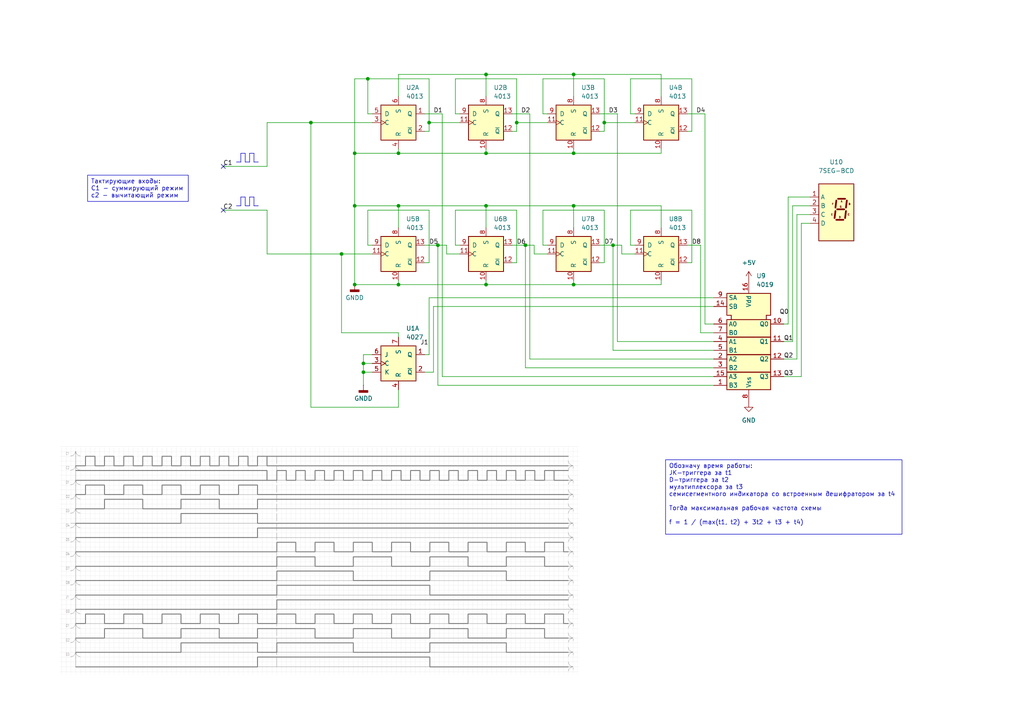
<source format=kicad_sch>
(kicad_sch
	(version 20231120)
	(generator "eeschema")
	(generator_version "8.0")
	(uuid "55805c0e-2ecc-4acb-bdaa-07abe584630c")
	(paper "A4")
	(lib_symbols
		(symbol "4xxx:4013"
			(pin_names
				(offset 1.016)
			)
			(exclude_from_sim no)
			(in_bom yes)
			(on_board yes)
			(property "Reference" "U"
				(at -7.62 8.89 0)
				(effects
					(font
						(size 1.27 1.27)
					)
				)
			)
			(property "Value" "4013"
				(at -7.62 -8.89 0)
				(effects
					(font
						(size 1.27 1.27)
					)
				)
			)
			(property "Footprint" ""
				(at 0 0 0)
				(effects
					(font
						(size 1.27 1.27)
					)
					(hide yes)
				)
			)
			(property "Datasheet" "http://www.onsemi.com/pub/Collateral/MC14013B-D.PDF"
				(at 0 0 0)
				(effects
					(font
						(size 1.27 1.27)
					)
					(hide yes)
				)
			)
			(property "Description" "Dual D  FlipFlop, Set & reset"
				(at 0 0 0)
				(effects
					(font
						(size 1.27 1.27)
					)
					(hide yes)
				)
			)
			(property "ki_locked" ""
				(at 0 0 0)
				(effects
					(font
						(size 1.27 1.27)
					)
				)
			)
			(property "ki_keywords" "CMOS DFF"
				(at 0 0 0)
				(effects
					(font
						(size 1.27 1.27)
					)
					(hide yes)
				)
			)
			(property "ki_fp_filters" "DIP*W7.62mm* SOIC*3.9x9.9mm*P1.27mm* TSSOP*4.4x5mm*P0.65mm*"
				(at 0 0 0)
				(effects
					(font
						(size 1.27 1.27)
					)
					(hide yes)
				)
			)
			(symbol "4013_1_1"
				(rectangle
					(start -5.08 5.08)
					(end 5.08 -5.08)
					(stroke
						(width 0.254)
						(type default)
					)
					(fill
						(type background)
					)
				)
				(pin output line
					(at 7.62 2.54 180)
					(length 2.54)
					(name "Q"
						(effects
							(font
								(size 1.27 1.27)
							)
						)
					)
					(number "1"
						(effects
							(font
								(size 1.27 1.27)
							)
						)
					)
				)
				(pin output line
					(at 7.62 -2.54 180)
					(length 2.54)
					(name "~{Q}"
						(effects
							(font
								(size 1.27 1.27)
							)
						)
					)
					(number "2"
						(effects
							(font
								(size 1.27 1.27)
							)
						)
					)
				)
				(pin input clock
					(at -7.62 0 0)
					(length 2.54)
					(name "C"
						(effects
							(font
								(size 1.27 1.27)
							)
						)
					)
					(number "3"
						(effects
							(font
								(size 1.27 1.27)
							)
						)
					)
				)
				(pin input line
					(at 0 -7.62 90)
					(length 2.54)
					(name "R"
						(effects
							(font
								(size 1.27 1.27)
							)
						)
					)
					(number "4"
						(effects
							(font
								(size 1.27 1.27)
							)
						)
					)
				)
				(pin input line
					(at -7.62 2.54 0)
					(length 2.54)
					(name "D"
						(effects
							(font
								(size 1.27 1.27)
							)
						)
					)
					(number "5"
						(effects
							(font
								(size 1.27 1.27)
							)
						)
					)
				)
				(pin input line
					(at 0 7.62 270)
					(length 2.54)
					(name "S"
						(effects
							(font
								(size 1.27 1.27)
							)
						)
					)
					(number "6"
						(effects
							(font
								(size 1.27 1.27)
							)
						)
					)
				)
			)
			(symbol "4013_2_1"
				(rectangle
					(start -5.08 5.08)
					(end 5.08 -5.08)
					(stroke
						(width 0.254)
						(type default)
					)
					(fill
						(type background)
					)
				)
				(pin input line
					(at 0 -7.62 90)
					(length 2.54)
					(name "R"
						(effects
							(font
								(size 1.27 1.27)
							)
						)
					)
					(number "10"
						(effects
							(font
								(size 1.27 1.27)
							)
						)
					)
				)
				(pin input clock
					(at -7.62 0 0)
					(length 2.54)
					(name "C"
						(effects
							(font
								(size 1.27 1.27)
							)
						)
					)
					(number "11"
						(effects
							(font
								(size 1.27 1.27)
							)
						)
					)
				)
				(pin output line
					(at 7.62 -2.54 180)
					(length 2.54)
					(name "~{Q}"
						(effects
							(font
								(size 1.27 1.27)
							)
						)
					)
					(number "12"
						(effects
							(font
								(size 1.27 1.27)
							)
						)
					)
				)
				(pin output line
					(at 7.62 2.54 180)
					(length 2.54)
					(name "Q"
						(effects
							(font
								(size 1.27 1.27)
							)
						)
					)
					(number "13"
						(effects
							(font
								(size 1.27 1.27)
							)
						)
					)
				)
				(pin input line
					(at 0 7.62 270)
					(length 2.54)
					(name "S"
						(effects
							(font
								(size 1.27 1.27)
							)
						)
					)
					(number "8"
						(effects
							(font
								(size 1.27 1.27)
							)
						)
					)
				)
				(pin input line
					(at -7.62 2.54 0)
					(length 2.54)
					(name "D"
						(effects
							(font
								(size 1.27 1.27)
							)
						)
					)
					(number "9"
						(effects
							(font
								(size 1.27 1.27)
							)
						)
					)
				)
			)
			(symbol "4013_3_0"
				(pin power_in line
					(at 0 10.16 270)
					(length 2.54)
					(name "VDD"
						(effects
							(font
								(size 1.27 1.27)
							)
						)
					)
					(number "14"
						(effects
							(font
								(size 1.27 1.27)
							)
						)
					)
				)
				(pin power_in line
					(at 0 -10.16 90)
					(length 2.54)
					(name "VSS"
						(effects
							(font
								(size 1.27 1.27)
							)
						)
					)
					(number "7"
						(effects
							(font
								(size 1.27 1.27)
							)
						)
					)
				)
			)
			(symbol "4013_3_1"
				(rectangle
					(start -5.08 7.62)
					(end 5.08 -7.62)
					(stroke
						(width 0.254)
						(type default)
					)
					(fill
						(type background)
					)
				)
			)
		)
		(symbol "4xxx:4027"
			(pin_names
				(offset 1.016)
			)
			(exclude_from_sim no)
			(in_bom yes)
			(on_board yes)
			(property "Reference" "U"
				(at -7.62 8.89 0)
				(effects
					(font
						(size 1.27 1.27)
					)
				)
			)
			(property "Value" "4027"
				(at -7.62 -8.89 0)
				(effects
					(font
						(size 1.27 1.27)
					)
				)
			)
			(property "Footprint" ""
				(at 0 0 0)
				(effects
					(font
						(size 1.27 1.27)
					)
					(hide yes)
				)
			)
			(property "Datasheet" "http://www.intersil.com/content/dam/Intersil/documents/cd40/cd4027bms.pdf"
				(at 0 0 0)
				(effects
					(font
						(size 1.27 1.27)
					)
					(hide yes)
				)
			)
			(property "Description" "Dual JK FlipFlop, set & reset"
				(at 0 0 0)
				(effects
					(font
						(size 1.27 1.27)
					)
					(hide yes)
				)
			)
			(property "ki_locked" ""
				(at 0 0 0)
				(effects
					(font
						(size 1.27 1.27)
					)
				)
			)
			(property "ki_keywords" "CMOS JK JKFF"
				(at 0 0 0)
				(effects
					(font
						(size 1.27 1.27)
					)
					(hide yes)
				)
			)
			(property "ki_fp_filters" "DIP*W7.62mm* SOIC*3.9x9.9mm*P1.27mm* TSSOP*4.4x5mm*P0.65mm*"
				(at 0 0 0)
				(effects
					(font
						(size 1.27 1.27)
					)
					(hide yes)
				)
			)
			(symbol "4027_1_1"
				(rectangle
					(start -5.08 5.08)
					(end 5.08 -5.08)
					(stroke
						(width 0.254)
						(type default)
					)
					(fill
						(type background)
					)
				)
				(pin output line
					(at 7.62 2.54 180)
					(length 2.54)
					(name "Q"
						(effects
							(font
								(size 1.27 1.27)
							)
						)
					)
					(number "1"
						(effects
							(font
								(size 1.27 1.27)
							)
						)
					)
				)
				(pin output line
					(at 7.62 -2.54 180)
					(length 2.54)
					(name "~{Q}"
						(effects
							(font
								(size 1.27 1.27)
							)
						)
					)
					(number "2"
						(effects
							(font
								(size 1.27 1.27)
							)
						)
					)
				)
				(pin input clock
					(at -7.62 0 0)
					(length 2.54)
					(name "C"
						(effects
							(font
								(size 1.27 1.27)
							)
						)
					)
					(number "3"
						(effects
							(font
								(size 1.27 1.27)
							)
						)
					)
				)
				(pin input line
					(at 0 -7.62 90)
					(length 2.54)
					(name "R"
						(effects
							(font
								(size 1.27 1.27)
							)
						)
					)
					(number "4"
						(effects
							(font
								(size 1.27 1.27)
							)
						)
					)
				)
				(pin input line
					(at -7.62 -2.54 0)
					(length 2.54)
					(name "K"
						(effects
							(font
								(size 1.27 1.27)
							)
						)
					)
					(number "5"
						(effects
							(font
								(size 1.27 1.27)
							)
						)
					)
				)
				(pin input line
					(at -7.62 2.54 0)
					(length 2.54)
					(name "J"
						(effects
							(font
								(size 1.27 1.27)
							)
						)
					)
					(number "6"
						(effects
							(font
								(size 1.27 1.27)
							)
						)
					)
				)
				(pin input line
					(at 0 7.62 270)
					(length 2.54)
					(name "S"
						(effects
							(font
								(size 1.27 1.27)
							)
						)
					)
					(number "7"
						(effects
							(font
								(size 1.27 1.27)
							)
						)
					)
				)
			)
			(symbol "4027_2_1"
				(rectangle
					(start -5.08 5.08)
					(end 5.08 -5.08)
					(stroke
						(width 0.254)
						(type default)
					)
					(fill
						(type background)
					)
				)
				(pin input line
					(at -7.62 2.54 0)
					(length 2.54)
					(name "J"
						(effects
							(font
								(size 1.27 1.27)
							)
						)
					)
					(number "10"
						(effects
							(font
								(size 1.27 1.27)
							)
						)
					)
				)
				(pin input line
					(at -7.62 -2.54 0)
					(length 2.54)
					(name "K"
						(effects
							(font
								(size 1.27 1.27)
							)
						)
					)
					(number "11"
						(effects
							(font
								(size 1.27 1.27)
							)
						)
					)
				)
				(pin input line
					(at 0 -7.62 90)
					(length 2.54)
					(name "R"
						(effects
							(font
								(size 1.27 1.27)
							)
						)
					)
					(number "12"
						(effects
							(font
								(size 1.27 1.27)
							)
						)
					)
				)
				(pin input clock
					(at -7.62 0 0)
					(length 2.54)
					(name "C"
						(effects
							(font
								(size 1.27 1.27)
							)
						)
					)
					(number "13"
						(effects
							(font
								(size 1.27 1.27)
							)
						)
					)
				)
				(pin output line
					(at 7.62 -2.54 180)
					(length 2.54)
					(name "~{Q}"
						(effects
							(font
								(size 1.27 1.27)
							)
						)
					)
					(number "14"
						(effects
							(font
								(size 1.27 1.27)
							)
						)
					)
				)
				(pin output line
					(at 7.62 2.54 180)
					(length 2.54)
					(name "Q"
						(effects
							(font
								(size 1.27 1.27)
							)
						)
					)
					(number "15"
						(effects
							(font
								(size 1.27 1.27)
							)
						)
					)
				)
				(pin input line
					(at 0 7.62 270)
					(length 2.54)
					(name "S"
						(effects
							(font
								(size 1.27 1.27)
							)
						)
					)
					(number "9"
						(effects
							(font
								(size 1.27 1.27)
							)
						)
					)
				)
			)
			(symbol "4027_3_0"
				(pin power_in line
					(at 0 10.16 270)
					(length 2.54)
					(name "VDD"
						(effects
							(font
								(size 1.27 1.27)
							)
						)
					)
					(number "16"
						(effects
							(font
								(size 1.27 1.27)
							)
						)
					)
				)
				(pin power_in line
					(at 0 -10.16 90)
					(length 2.54)
					(name "VSS"
						(effects
							(font
								(size 1.27 1.27)
							)
						)
					)
					(number "8"
						(effects
							(font
								(size 1.27 1.27)
							)
						)
					)
				)
			)
			(symbol "4027_3_1"
				(rectangle
					(start -5.08 7.62)
					(end 5.08 -7.62)
					(stroke
						(width 0.254)
						(type default)
					)
					(fill
						(type background)
					)
				)
			)
		)
		(symbol "4xxx_IEEE:4019"
			(exclude_from_sim no)
			(in_bom yes)
			(on_board yes)
			(property "Reference" "U"
				(at 8.89 11.43 0)
				(effects
					(font
						(size 1.27 1.27)
					)
				)
			)
			(property "Value" "4019"
				(at 8.89 -15.24 0)
				(effects
					(font
						(size 1.27 1.27)
					)
				)
			)
			(property "Footprint" ""
				(at 0 1.27 0)
				(effects
					(font
						(size 1.27 1.27)
					)
					(hide yes)
				)
			)
			(property "Datasheet" ""
				(at 0 1.27 0)
				(effects
					(font
						(size 1.27 1.27)
					)
					(hide yes)
				)
			)
			(property "Description" ""
				(at 0 0 0)
				(effects
					(font
						(size 1.27 1.27)
					)
					(hide yes)
				)
			)
			(symbol "4019_0_1"
				(rectangle
					(start -6.35 -8.89)
					(end 6.35 -13.97)
					(stroke
						(width 0.254)
						(type default)
					)
					(fill
						(type background)
					)
				)
				(rectangle
					(start -6.35 -3.81)
					(end 6.35 -8.89)
					(stroke
						(width 0.254)
						(type default)
					)
					(fill
						(type background)
					)
				)
				(rectangle
					(start -6.35 1.27)
					(end 6.35 -3.81)
					(stroke
						(width 0.254)
						(type default)
					)
					(fill
						(type background)
					)
				)
				(rectangle
					(start -6.35 1.27)
					(end 6.35 6.35)
					(stroke
						(width 0.254)
						(type default)
					)
					(fill
						(type background)
					)
				)
				(polyline
					(pts
						(xy -5.08 6.35) (xy -5.08 7.62) (xy -6.35 7.62) (xy -6.35 13.97) (xy 6.35 13.97) (xy 6.35 7.62)
						(xy 5.08 7.62) (xy 5.08 6.35) (xy 5.08 6.35)
					)
					(stroke
						(width 0.254)
						(type default)
					)
					(fill
						(type background)
					)
				)
				(pin power_in line
					(at 0 17.78 270)
					(length 3.81)
					(name "Vdd"
						(effects
							(font
								(size 1.27 1.27)
							)
						)
					)
					(number "16"
						(effects
							(font
								(size 1.27 1.27)
							)
						)
					)
				)
				(pin power_in line
					(at 0 -17.78 90)
					(length 3.81)
					(name "Vss"
						(effects
							(font
								(size 1.27 1.27)
							)
						)
					)
					(number "8"
						(effects
							(font
								(size 1.27 1.27)
							)
						)
					)
				)
			)
			(symbol "4019_1_1"
				(pin input line
					(at -10.16 -12.7 0)
					(length 3.81)
					(name "B3"
						(effects
							(font
								(size 1.27 1.27)
							)
						)
					)
					(number "1"
						(effects
							(font
								(size 1.27 1.27)
							)
						)
					)
				)
				(pin output line
					(at 10.16 5.08 180)
					(length 3.81)
					(name "Q0"
						(effects
							(font
								(size 1.27 1.27)
							)
						)
					)
					(number "10"
						(effects
							(font
								(size 1.27 1.27)
							)
						)
					)
				)
				(pin output line
					(at 10.16 0 180)
					(length 3.81)
					(name "Q1"
						(effects
							(font
								(size 1.27 1.27)
							)
						)
					)
					(number "11"
						(effects
							(font
								(size 1.27 1.27)
							)
						)
					)
				)
				(pin output line
					(at 10.16 -5.08 180)
					(length 3.81)
					(name "Q2"
						(effects
							(font
								(size 1.27 1.27)
							)
						)
					)
					(number "12"
						(effects
							(font
								(size 1.27 1.27)
							)
						)
					)
				)
				(pin output line
					(at 10.16 -10.16 180)
					(length 3.81)
					(name "Q3"
						(effects
							(font
								(size 1.27 1.27)
							)
						)
					)
					(number "13"
						(effects
							(font
								(size 1.27 1.27)
							)
						)
					)
				)
				(pin input line
					(at -10.16 10.16 0)
					(length 3.81)
					(name "SB"
						(effects
							(font
								(size 1.27 1.27)
							)
						)
					)
					(number "14"
						(effects
							(font
								(size 1.27 1.27)
							)
						)
					)
				)
				(pin input line
					(at -10.16 -10.16 0)
					(length 3.81)
					(name "A3"
						(effects
							(font
								(size 1.27 1.27)
							)
						)
					)
					(number "15"
						(effects
							(font
								(size 1.27 1.27)
							)
						)
					)
				)
				(pin input line
					(at -10.16 -5.08 0)
					(length 3.81)
					(name "A2"
						(effects
							(font
								(size 1.27 1.27)
							)
						)
					)
					(number "2"
						(effects
							(font
								(size 1.27 1.27)
							)
						)
					)
				)
				(pin input line
					(at -10.16 -7.62 0)
					(length 3.81)
					(name "B2"
						(effects
							(font
								(size 1.27 1.27)
							)
						)
					)
					(number "3"
						(effects
							(font
								(size 1.27 1.27)
							)
						)
					)
				)
				(pin input line
					(at -10.16 0 0)
					(length 3.81)
					(name "A1"
						(effects
							(font
								(size 1.27 1.27)
							)
						)
					)
					(number "4"
						(effects
							(font
								(size 1.27 1.27)
							)
						)
					)
				)
				(pin input line
					(at -10.16 -2.54 0)
					(length 3.81)
					(name "B1"
						(effects
							(font
								(size 1.27 1.27)
							)
						)
					)
					(number "5"
						(effects
							(font
								(size 1.27 1.27)
							)
						)
					)
				)
				(pin input line
					(at -10.16 5.08 0)
					(length 3.81)
					(name "A0"
						(effects
							(font
								(size 1.27 1.27)
							)
						)
					)
					(number "6"
						(effects
							(font
								(size 1.27 1.27)
							)
						)
					)
				)
				(pin input line
					(at -10.16 2.54 0)
					(length 3.81)
					(name "B0"
						(effects
							(font
								(size 1.27 1.27)
							)
						)
					)
					(number "7"
						(effects
							(font
								(size 1.27 1.27)
							)
						)
					)
				)
				(pin input line
					(at -10.16 12.7 0)
					(length 3.81)
					(name "SA"
						(effects
							(font
								(size 1.27 1.27)
							)
						)
					)
					(number "9"
						(effects
							(font
								(size 1.27 1.27)
							)
						)
					)
				)
			)
		)
		(symbol "Display_Character:HDSP-A151"
			(exclude_from_sim no)
			(in_bom yes)
			(on_board yes)
			(property "Reference" "U10"
				(at 0 17.78 0)
				(effects
					(font
						(size 1.27 1.27)
					)
				)
			)
			(property "Value" "7SEG-BCD"
				(at 0 15.24 0)
				(effects
					(font
						(size 1.27 1.27)
					)
				)
			)
			(property "Footprint" "Display_7Segment:HDSP-A151"
				(at -0.508 -22.098 0)
				(effects
					(font
						(size 1.27 1.27)
					)
					(hide yes)
				)
			)
			(property "Datasheet" "https://docs.broadcom.com/docs/AV02-2553EN"
				(at -2.286 22.352 0)
				(effects
					(font
						(size 1.27 1.27)
					)
					(hide yes)
				)
			)
			(property "Description" "One digit 7 segment red, common anode"
				(at -1.524 -17.272 0)
				(effects
					(font
						(size 1.27 1.27)
					)
					(hide yes)
				)
			)
			(property "ki_keywords" "display LED 7-segment"
				(at 0 0 0)
				(effects
					(font
						(size 1.27 1.27)
					)
					(hide yes)
				)
			)
			(property "ki_fp_filters" "HDSP?A151*"
				(at 0 0 0)
				(effects
					(font
						(size 1.27 1.27)
					)
					(hide yes)
				)
			)
			(symbol "HDSP-A151_1_0"
				(text ""
					(at 4.826 -0.254 0)
					(effects
						(font
							(size 0.508 0.508)
						)
					)
				)
				(text "A"
					(at 1.524 6.35 0)
					(effects
						(font
							(size 0.508 0.508)
						)
					)
				)
				(text "B"
					(at 3.81 5.588 0)
					(effects
						(font
							(size 0.508 0.508)
						)
					)
				)
				(text "C"
					(at 3.556 2.54 0)
					(effects
						(font
							(size 0.508 0.508)
						)
					)
				)
				(text "D"
					(at 1.016 1.778 0)
					(effects
						(font
							(size 0.508 0.508)
						)
					)
				)
				(text "E"
					(at -1.27 2.54 0)
					(effects
						(font
							(size 0.508 0.508)
						)
					)
				)
				(text "F"
					(at -1.016 5.588 0)
					(effects
						(font
							(size 0.508 0.508)
						)
					)
				)
				(text "G"
					(at 1.27 4.826 0)
					(effects
						(font
							(size 0.508 0.508)
						)
					)
				)
			)
			(symbol "HDSP-A151_1_1"
				(rectangle
					(start -5.08 11.43)
					(end 5.08 -5.08)
					(stroke
						(width 0.254)
						(type default)
					)
					(fill
						(type background)
					)
				)
				(polyline
					(pts
						(xy -0.254 3.556) (xy -0.508 1.524)
					)
					(stroke
						(width 0.508)
						(type default)
					)
					(fill
						(type none)
					)
				)
				(polyline
					(pts
						(xy 0 1.016) (xy 2.032 1.016)
					)
					(stroke
						(width 0.508)
						(type default)
					)
					(fill
						(type none)
					)
				)
				(polyline
					(pts
						(xy 0 6.604) (xy -0.254 4.572)
					)
					(stroke
						(width 0.508)
						(type default)
					)
					(fill
						(type none)
					)
				)
				(polyline
					(pts
						(xy 0.254 4.064) (xy 2.286 4.064)
					)
					(stroke
						(width 0.508)
						(type default)
					)
					(fill
						(type none)
					)
				)
				(polyline
					(pts
						(xy 0.508 7.112) (xy 2.54 7.112)
					)
					(stroke
						(width 0.508)
						(type default)
					)
					(fill
						(type none)
					)
				)
				(polyline
					(pts
						(xy 2.794 3.556) (xy 2.54 1.524)
					)
					(stroke
						(width 0.508)
						(type default)
					)
					(fill
						(type none)
					)
				)
				(polyline
					(pts
						(xy 3.048 6.604) (xy 2.794 4.572)
					)
					(stroke
						(width 0.508)
						(type default)
					)
					(fill
						(type none)
					)
				)
				(polyline
					(pts
						(xy 3.81 1.016) (xy 3.81 1.016)
					)
					(stroke
						(width 0.508)
						(type default)
					)
					(fill
						(type none)
					)
				)
				(pin input line
					(at -7.62 7.62 0)
					(length 2.54)
					(name "A"
						(effects
							(font
								(size 1.27 1.27)
							)
						)
					)
					(number "1"
						(effects
							(font
								(size 1.27 1.27)
							)
						)
					)
				)
				(pin input line
					(at -7.62 5.08 0)
					(length 2.54)
					(name "B"
						(effects
							(font
								(size 1.27 1.27)
							)
						)
					)
					(number "2"
						(effects
							(font
								(size 1.27 1.27)
							)
						)
					)
				)
				(pin input line
					(at -7.62 2.54 0)
					(length 2.54)
					(name "C"
						(effects
							(font
								(size 1.27 1.27)
							)
						)
					)
					(number "3"
						(effects
							(font
								(size 1.27 1.27)
							)
						)
					)
				)
				(pin input line
					(at -7.62 0 0)
					(length 2.54)
					(name "D"
						(effects
							(font
								(size 1.27 1.27)
							)
						)
					)
					(number "4"
						(effects
							(font
								(size 1.27 1.27)
							)
						)
					)
				)
			)
		)
		(symbol "power:+5V"
			(power)
			(pin_numbers hide)
			(pin_names
				(offset 0) hide)
			(exclude_from_sim no)
			(in_bom yes)
			(on_board yes)
			(property "Reference" "#PWR"
				(at 0 -3.81 0)
				(effects
					(font
						(size 1.27 1.27)
					)
					(hide yes)
				)
			)
			(property "Value" "+5V"
				(at 0 3.556 0)
				(effects
					(font
						(size 1.27 1.27)
					)
				)
			)
			(property "Footprint" ""
				(at 0 0 0)
				(effects
					(font
						(size 1.27 1.27)
					)
					(hide yes)
				)
			)
			(property "Datasheet" ""
				(at 0 0 0)
				(effects
					(font
						(size 1.27 1.27)
					)
					(hide yes)
				)
			)
			(property "Description" "Power symbol creates a global label with name \"+5V\""
				(at 0 0 0)
				(effects
					(font
						(size 1.27 1.27)
					)
					(hide yes)
				)
			)
			(property "ki_keywords" "global power"
				(at 0 0 0)
				(effects
					(font
						(size 1.27 1.27)
					)
					(hide yes)
				)
			)
			(symbol "+5V_0_1"
				(polyline
					(pts
						(xy -0.762 1.27) (xy 0 2.54)
					)
					(stroke
						(width 0)
						(type default)
					)
					(fill
						(type none)
					)
				)
				(polyline
					(pts
						(xy 0 0) (xy 0 2.54)
					)
					(stroke
						(width 0)
						(type default)
					)
					(fill
						(type none)
					)
				)
				(polyline
					(pts
						(xy 0 2.54) (xy 0.762 1.27)
					)
					(stroke
						(width 0)
						(type default)
					)
					(fill
						(type none)
					)
				)
			)
			(symbol "+5V_1_1"
				(pin power_in line
					(at 0 0 90)
					(length 0)
					(name "~"
						(effects
							(font
								(size 1.27 1.27)
							)
						)
					)
					(number "1"
						(effects
							(font
								(size 1.27 1.27)
							)
						)
					)
				)
			)
		)
		(symbol "power:GND"
			(power)
			(pin_numbers hide)
			(pin_names
				(offset 0) hide)
			(exclude_from_sim no)
			(in_bom yes)
			(on_board yes)
			(property "Reference" "#PWR"
				(at 0 -6.35 0)
				(effects
					(font
						(size 1.27 1.27)
					)
					(hide yes)
				)
			)
			(property "Value" "GND"
				(at 0 -3.81 0)
				(effects
					(font
						(size 1.27 1.27)
					)
				)
			)
			(property "Footprint" ""
				(at 0 0 0)
				(effects
					(font
						(size 1.27 1.27)
					)
					(hide yes)
				)
			)
			(property "Datasheet" ""
				(at 0 0 0)
				(effects
					(font
						(size 1.27 1.27)
					)
					(hide yes)
				)
			)
			(property "Description" "Power symbol creates a global label with name \"GND\" , ground"
				(at 0 0 0)
				(effects
					(font
						(size 1.27 1.27)
					)
					(hide yes)
				)
			)
			(property "ki_keywords" "global power"
				(at 0 0 0)
				(effects
					(font
						(size 1.27 1.27)
					)
					(hide yes)
				)
			)
			(symbol "GND_0_1"
				(polyline
					(pts
						(xy 0 0) (xy 0 -1.27) (xy 1.27 -1.27) (xy 0 -2.54) (xy -1.27 -1.27) (xy 0 -1.27)
					)
					(stroke
						(width 0)
						(type default)
					)
					(fill
						(type none)
					)
				)
			)
			(symbol "GND_1_1"
				(pin power_in line
					(at 0 0 270)
					(length 0)
					(name "~"
						(effects
							(font
								(size 1.27 1.27)
							)
						)
					)
					(number "1"
						(effects
							(font
								(size 1.27 1.27)
							)
						)
					)
				)
			)
		)
		(symbol "power:GNDD"
			(power)
			(pin_numbers hide)
			(pin_names
				(offset 0) hide)
			(exclude_from_sim no)
			(in_bom yes)
			(on_board yes)
			(property "Reference" "#PWR"
				(at 0 -6.35 0)
				(effects
					(font
						(size 1.27 1.27)
					)
					(hide yes)
				)
			)
			(property "Value" "GNDD"
				(at 0 -3.175 0)
				(effects
					(font
						(size 1.27 1.27)
					)
				)
			)
			(property "Footprint" ""
				(at 0 0 0)
				(effects
					(font
						(size 1.27 1.27)
					)
					(hide yes)
				)
			)
			(property "Datasheet" ""
				(at 0 0 0)
				(effects
					(font
						(size 1.27 1.27)
					)
					(hide yes)
				)
			)
			(property "Description" "Power symbol creates a global label with name \"GNDD\" , digital ground"
				(at 0 0 0)
				(effects
					(font
						(size 1.27 1.27)
					)
					(hide yes)
				)
			)
			(property "ki_keywords" "global power"
				(at 0 0 0)
				(effects
					(font
						(size 1.27 1.27)
					)
					(hide yes)
				)
			)
			(symbol "GNDD_0_1"
				(rectangle
					(start -1.27 -1.524)
					(end 1.27 -2.032)
					(stroke
						(width 0.254)
						(type default)
					)
					(fill
						(type outline)
					)
				)
				(polyline
					(pts
						(xy 0 0) (xy 0 -1.524)
					)
					(stroke
						(width 0)
						(type default)
					)
					(fill
						(type none)
					)
				)
			)
			(symbol "GNDD_1_1"
				(pin power_in line
					(at 0 0 270)
					(length 0)
					(name "~"
						(effects
							(font
								(size 1.27 1.27)
							)
						)
					)
					(number "1"
						(effects
							(font
								(size 1.27 1.27)
							)
						)
					)
				)
			)
		)
	)
	(junction
		(at 102.87 59.69)
		(diameter 0)
		(color 0 0 0 0)
		(uuid "1e90b718-4981-426a-8c60-cbee62af5068")
	)
	(junction
		(at 127 71.12)
		(diameter 0)
		(color 0 0 0 0)
		(uuid "3f0c4cea-a518-40c8-8c2e-fda337e31b25")
	)
	(junction
		(at 115.57 82.55)
		(diameter 0)
		(color 0 0 0 0)
		(uuid "460f8f94-b1c1-4078-bfb9-987a57482486")
	)
	(junction
		(at 99.06 73.66)
		(diameter 0)
		(color 0 0 0 0)
		(uuid "4927049e-bdfb-4228-9225-21bf04be38e9")
	)
	(junction
		(at 177.8 71.12)
		(diameter 0)
		(color 0 0 0 0)
		(uuid "5205844f-7782-434f-8773-771263374289")
	)
	(junction
		(at 166.37 21.59)
		(diameter 0)
		(color 0 0 0 0)
		(uuid "58dd78a2-7a85-4ca0-8633-48976f0abba9")
	)
	(junction
		(at 115.57 59.69)
		(diameter 0)
		(color 0 0 0 0)
		(uuid "5caf2f66-29d7-48dc-8bac-9e93401523b3")
	)
	(junction
		(at 140.97 44.45)
		(diameter 0)
		(color 0 0 0 0)
		(uuid "612a01f6-ca15-41a5-a5ba-32175d99382e")
	)
	(junction
		(at 140.97 59.69)
		(diameter 0)
		(color 0 0 0 0)
		(uuid "6151c4ea-9c97-4392-a262-a1c7d3db582c")
	)
	(junction
		(at 106.68 22.86)
		(diameter 0)
		(color 0 0 0 0)
		(uuid "67e470ff-ee52-4d99-9b15-a9020598c7fe")
	)
	(junction
		(at 175.26 35.56)
		(diameter 0)
		(color 0 0 0 0)
		(uuid "6f5e1299-3788-430e-a2a2-7be7382f3991")
	)
	(junction
		(at 102.87 82.55)
		(diameter 0)
		(color 0 0 0 0)
		(uuid "6f8642e2-f0d3-4363-ae43-e869c5297785")
	)
	(junction
		(at 149.86 35.56)
		(diameter 0)
		(color 0 0 0 0)
		(uuid "84652ad6-e9b7-4cc1-830f-aa49485d7a66")
	)
	(junction
		(at 124.46 35.56)
		(diameter 0)
		(color 0 0 0 0)
		(uuid "910f102b-9ece-4e50-9483-14f7d7efaf66")
	)
	(junction
		(at 166.37 44.45)
		(diameter 0)
		(color 0 0 0 0)
		(uuid "91572eef-b32d-472e-bce5-7f1f5d190f2b")
	)
	(junction
		(at 140.97 21.59)
		(diameter 0)
		(color 0 0 0 0)
		(uuid "92a06576-6fc4-4cd8-a834-a19184a843d2")
	)
	(junction
		(at 166.37 59.69)
		(diameter 0)
		(color 0 0 0 0)
		(uuid "9fa97ec0-7e08-4d41-b68e-337f50e6e147")
	)
	(junction
		(at 152.4 71.12)
		(diameter 0)
		(color 0 0 0 0)
		(uuid "a31b928a-037b-4897-ac23-fabf615109a7")
	)
	(junction
		(at 140.97 82.55)
		(diameter 0)
		(color 0 0 0 0)
		(uuid "ad402d89-b022-4f8a-8df2-7467aaaed20c")
	)
	(junction
		(at 90.17 35.56)
		(diameter 0)
		(color 0 0 0 0)
		(uuid "c6e09502-ab5c-44f2-ad7b-a32f531a8540")
	)
	(junction
		(at 115.57 44.45)
		(diameter 0)
		(color 0 0 0 0)
		(uuid "cb0525b9-a3cf-486d-a382-ef17be452588")
	)
	(junction
		(at 105.41 107.95)
		(diameter 0)
		(color 0 0 0 0)
		(uuid "ce8d4511-7ea6-46a0-ae72-e7bfaef68e33")
	)
	(junction
		(at 105.41 105.41)
		(diameter 0)
		(color 0 0 0 0)
		(uuid "d068a0b0-e086-4e9c-95d3-b36dab76c258")
	)
	(junction
		(at 166.37 82.55)
		(diameter 0)
		(color 0 0 0 0)
		(uuid "e746555a-d967-47eb-8841-130fb6d3c852")
	)
	(junction
		(at 102.87 44.45)
		(diameter 0)
		(color 0 0 0 0)
		(uuid "f6b4c79d-5688-45cc-9493-cd6ea0e36679")
	)
	(no_connect
		(at 64.77 60.96)
		(uuid "435e4dfa-5589-40b7-8556-f673a0c91ac2")
	)
	(no_connect
		(at 64.77 48.26)
		(uuid "89e67971-f51d-4e5f-8b25-e3a3cd034a23")
	)
	(wire
		(pts
			(xy 105.41 102.87) (xy 105.41 105.41)
		)
		(stroke
			(width 0)
			(type default)
		)
		(uuid "00aa4df9-87d2-4ef1-b107-3f1fbed4ef51")
	)
	(wire
		(pts
			(xy 203.2 71.12) (xy 203.2 96.52)
		)
		(stroke
			(width 0)
			(type default)
		)
		(uuid "015a1fa4-47f6-4e09-a0c9-e031c66efbb1")
	)
	(wire
		(pts
			(xy 153.67 104.14) (xy 153.67 33.02)
		)
		(stroke
			(width 0)
			(type default)
		)
		(uuid "024b6619-cfb6-4789-b7ad-2d272ef936c5")
	)
	(polyline
		(pts
			(xy 69.85 59.69) (xy 69.85 57.15)
		)
		(stroke
			(width 0)
			(type default)
		)
		(uuid "0288b449-0140-4cda-aba8-04a1fc85031f")
	)
	(wire
		(pts
			(xy 102.87 22.86) (xy 106.68 22.86)
		)
		(stroke
			(width 0)
			(type default)
		)
		(uuid "032b3df3-9984-48fb-b3c6-8ea8d78209e3")
	)
	(wire
		(pts
			(xy 166.37 44.45) (xy 140.97 44.45)
		)
		(stroke
			(width 0)
			(type default)
		)
		(uuid "0484289a-1685-4aec-b6aa-2601abaca157")
	)
	(wire
		(pts
			(xy 234.95 57.15) (xy 228.6 57.15)
		)
		(stroke
			(width 0)
			(type default)
		)
		(uuid "05cf8a6d-1d50-4ddf-a4db-d601caff3287")
	)
	(wire
		(pts
			(xy 207.01 106.68) (xy 152.4 106.68)
		)
		(stroke
			(width 0)
			(type default)
		)
		(uuid "06d380b7-fa95-4c6c-b3c4-d4c08ceaea72")
	)
	(wire
		(pts
			(xy 229.87 99.06) (xy 229.87 59.69)
		)
		(stroke
			(width 0)
			(type default)
		)
		(uuid "07ea2b24-1749-4b23-b24b-0277106a1fdc")
	)
	(wire
		(pts
			(xy 191.77 43.18) (xy 191.77 44.45)
		)
		(stroke
			(width 0)
			(type default)
		)
		(uuid "0a2b4d57-bfaa-4b88-bba5-77154d9e8a2a")
	)
	(wire
		(pts
			(xy 140.97 43.18) (xy 140.97 44.45)
		)
		(stroke
			(width 0)
			(type default)
		)
		(uuid "0c058c30-2596-448b-85be-6e6eb6a72882")
	)
	(wire
		(pts
			(xy 124.46 102.87) (xy 124.46 86.36)
		)
		(stroke
			(width 0)
			(type default)
		)
		(uuid "1194e60e-2ee9-442a-aef1-460665de0b5a")
	)
	(wire
		(pts
			(xy 102.87 82.55) (xy 102.87 59.69)
		)
		(stroke
			(width 0)
			(type default)
		)
		(uuid "14415cfe-9f35-4cf1-a450-a5a630b26db1")
	)
	(wire
		(pts
			(xy 149.86 35.56) (xy 158.75 35.56)
		)
		(stroke
			(width 0)
			(type default)
		)
		(uuid "1524b398-f9f5-4ec9-9be4-0fc2c18e10e8")
	)
	(wire
		(pts
			(xy 133.35 71.12) (xy 132.08 71.12)
		)
		(stroke
			(width 0)
			(type default)
		)
		(uuid "190efb8e-6a18-4d0a-981c-f6bcc11c4914")
	)
	(wire
		(pts
			(xy 132.08 60.96) (xy 149.86 60.96)
		)
		(stroke
			(width 0)
			(type default)
		)
		(uuid "195d1f95-0809-4b8e-9caf-82f7da9b2b1e")
	)
	(wire
		(pts
			(xy 182.88 33.02) (xy 182.88 22.86)
		)
		(stroke
			(width 0)
			(type default)
		)
		(uuid "1eb6e128-bbff-4914-bc76-b38656a95e20")
	)
	(wire
		(pts
			(xy 140.97 21.59) (xy 166.37 21.59)
		)
		(stroke
			(width 0)
			(type default)
		)
		(uuid "21a3c763-5b66-4c4c-94fc-0609412041b7")
	)
	(wire
		(pts
			(xy 140.97 59.69) (xy 166.37 59.69)
		)
		(stroke
			(width 0)
			(type default)
		)
		(uuid "22afa11c-0016-40d6-a2d5-9433e671cde0")
	)
	(wire
		(pts
			(xy 105.41 107.95) (xy 107.95 107.95)
		)
		(stroke
			(width 0)
			(type default)
		)
		(uuid "253580be-e4af-406a-9eeb-20b703413d46")
	)
	(wire
		(pts
			(xy 166.37 21.59) (xy 191.77 21.59)
		)
		(stroke
			(width 0)
			(type default)
		)
		(uuid "260c0c23-fa61-462f-bb01-8984d8e95a40")
	)
	(wire
		(pts
			(xy 106.68 60.96) (xy 124.46 60.96)
		)
		(stroke
			(width 0)
			(type default)
		)
		(uuid "26508014-c5a0-438c-9a49-56b98a9bb2a4")
	)
	(wire
		(pts
			(xy 115.57 21.59) (xy 140.97 21.59)
		)
		(stroke
			(width 0)
			(type default)
		)
		(uuid "26a80d00-e720-4052-9992-cc4e11684565")
	)
	(wire
		(pts
			(xy 123.19 102.87) (xy 124.46 102.87)
		)
		(stroke
			(width 0)
			(type default)
		)
		(uuid "276fb8b7-9fae-434e-99dd-0e0c887cc4db")
	)
	(wire
		(pts
			(xy 148.59 76.2) (xy 149.86 76.2)
		)
		(stroke
			(width 0)
			(type default)
		)
		(uuid "2c12941d-3fea-44d7-aff6-17e5eb7d6f97")
	)
	(wire
		(pts
			(xy 106.68 33.02) (xy 106.68 22.86)
		)
		(stroke
			(width 0)
			(type default)
		)
		(uuid "2d31fb63-d01c-4943-af4f-d12aaa80ab37")
	)
	(wire
		(pts
			(xy 124.46 35.56) (xy 133.35 35.56)
		)
		(stroke
			(width 0)
			(type default)
		)
		(uuid "2df179a1-45a3-494e-8897-b87f4b6459b8")
	)
	(polyline
		(pts
			(xy 71.12 46.99) (xy 72.39 46.99)
		)
		(stroke
			(width 0)
			(type default)
		)
		(uuid "2e3eae04-a9a9-4004-9963-79750e74b37f")
	)
	(wire
		(pts
			(xy 173.99 38.1) (xy 175.26 38.1)
		)
		(stroke
			(width 0)
			(type default)
		)
		(uuid "2eab7a41-e5ca-4f68-9950-92cc4df18552")
	)
	(polyline
		(pts
			(xy 72.39 46.99) (xy 72.39 44.45)
		)
		(stroke
			(width 0)
			(type default)
		)
		(uuid "318fd6e1-11c7-4e7e-a726-c62c91e75792")
	)
	(wire
		(pts
			(xy 191.77 59.69) (xy 191.77 66.04)
		)
		(stroke
			(width 0)
			(type default)
		)
		(uuid "32c88ddc-e083-4054-ba63-fa0c7c6bc8b3")
	)
	(polyline
		(pts
			(xy 71.12 59.69) (xy 72.39 59.69)
		)
		(stroke
			(width 0)
			(type default)
		)
		(uuid "32dcdcf5-4e5f-4d3d-a52b-001fb32ef4ef")
	)
	(wire
		(pts
			(xy 148.59 71.12) (xy 152.4 71.12)
		)
		(stroke
			(width 0)
			(type default)
		)
		(uuid "349b95a6-1053-4907-91de-357918d840ad")
	)
	(wire
		(pts
			(xy 102.87 59.69) (xy 102.87 44.45)
		)
		(stroke
			(width 0)
			(type default)
		)
		(uuid "3522a303-43cf-4876-aed5-0ddb45c35940")
	)
	(wire
		(pts
			(xy 107.95 71.12) (xy 106.68 71.12)
		)
		(stroke
			(width 0)
			(type default)
		)
		(uuid "38c9aa7a-a5b3-46e9-8561-9e0bc5bfd02b")
	)
	(wire
		(pts
			(xy 77.47 73.66) (xy 77.47 60.96)
		)
		(stroke
			(width 0)
			(type default)
		)
		(uuid "3ae6bee3-8007-4fa6-8209-d2fe61551482")
	)
	(wire
		(pts
			(xy 90.17 118.11) (xy 90.17 35.56)
		)
		(stroke
			(width 0)
			(type default)
		)
		(uuid "3c669e0d-539d-4251-b10d-a6ffa744d44d")
	)
	(wire
		(pts
			(xy 115.57 44.45) (xy 115.57 43.18)
		)
		(stroke
			(width 0)
			(type default)
		)
		(uuid "3cd0a4c0-ffb1-42b8-beea-f88e12c7f5d0")
	)
	(wire
		(pts
			(xy 166.37 59.69) (xy 191.77 59.69)
		)
		(stroke
			(width 0)
			(type default)
		)
		(uuid "40484917-183b-4234-8506-104a30273065")
	)
	(wire
		(pts
			(xy 77.47 35.56) (xy 77.47 48.26)
		)
		(stroke
			(width 0)
			(type default)
		)
		(uuid "40f9d533-d50b-4755-b136-c697757ca69c")
	)
	(polyline
		(pts
			(xy 71.12 57.15) (xy 71.12 59.69)
		)
		(stroke
			(width 0)
			(type default)
		)
		(uuid "418be403-dd3b-4795-a7b2-285dac05a640")
	)
	(wire
		(pts
			(xy 200.66 60.96) (xy 200.66 76.2)
		)
		(stroke
			(width 0)
			(type default)
		)
		(uuid "424acfd8-65f3-41db-bf86-9b329e5ba65e")
	)
	(wire
		(pts
			(xy 140.97 81.28) (xy 140.97 82.55)
		)
		(stroke
			(width 0)
			(type default)
		)
		(uuid "427c4ad2-b62b-42b0-82d7-6cc75dad126c")
	)
	(wire
		(pts
			(xy 166.37 81.28) (xy 166.37 82.55)
		)
		(stroke
			(width 0)
			(type default)
		)
		(uuid "44430117-7778-41df-84ec-7dae836e272a")
	)
	(wire
		(pts
			(xy 149.86 60.96) (xy 149.86 76.2)
		)
		(stroke
			(width 0)
			(type default)
		)
		(uuid "4491dc8a-5f4b-4b7d-94dd-c143af635488")
	)
	(wire
		(pts
			(xy 157.48 33.02) (xy 157.48 22.86)
		)
		(stroke
			(width 0)
			(type default)
		)
		(uuid "44a68734-78d7-423a-a713-a9d79a66077b")
	)
	(wire
		(pts
			(xy 127 71.12) (xy 129.54 71.12)
		)
		(stroke
			(width 0)
			(type default)
		)
		(uuid "4558daa3-6e99-45db-b6c9-3546e9c554e5")
	)
	(wire
		(pts
			(xy 166.37 21.59) (xy 166.37 27.94)
		)
		(stroke
			(width 0)
			(type default)
		)
		(uuid "45f50f63-d310-4782-8f83-cac2aba69185")
	)
	(wire
		(pts
			(xy 199.39 38.1) (xy 200.66 38.1)
		)
		(stroke
			(width 0)
			(type default)
		)
		(uuid "4747a586-ba7e-435d-bbcb-74cd01cbe6ab")
	)
	(wire
		(pts
			(xy 207.01 101.6) (xy 177.8 101.6)
		)
		(stroke
			(width 0)
			(type default)
		)
		(uuid "477d51b1-b64c-4d42-818a-cf6a6d3ea500")
	)
	(wire
		(pts
			(xy 140.97 21.59) (xy 140.97 27.94)
		)
		(stroke
			(width 0)
			(type default)
		)
		(uuid "48a8df9a-e49a-4403-a373-954ee992df41")
	)
	(wire
		(pts
			(xy 102.87 44.45) (xy 115.57 44.45)
		)
		(stroke
			(width 0)
			(type default)
		)
		(uuid "496a0547-7b69-475c-ad78-01ba5311ea1e")
	)
	(wire
		(pts
			(xy 234.95 62.23) (xy 231.14 62.23)
		)
		(stroke
			(width 0)
			(type default)
		)
		(uuid "49f4db5b-ead7-440c-aa34-edaf70d82f92")
	)
	(wire
		(pts
			(xy 232.41 64.77) (xy 234.95 64.77)
		)
		(stroke
			(width 0)
			(type default)
		)
		(uuid "4bd69aa3-89a3-4e1e-a409-0fa74ec8b3a4")
	)
	(wire
		(pts
			(xy 180.34 73.66) (xy 184.15 73.66)
		)
		(stroke
			(width 0)
			(type default)
		)
		(uuid "4c3e4af9-f34c-4739-8b49-3cc347b367d8")
	)
	(polyline
		(pts
			(xy 69.85 46.99) (xy 69.85 44.45)
		)
		(stroke
			(width 0)
			(type default)
		)
		(uuid "529eb8c9-2582-4c27-9eb0-c51a491b9fed")
	)
	(wire
		(pts
			(xy 149.86 35.56) (xy 149.86 38.1)
		)
		(stroke
			(width 0)
			(type default)
		)
		(uuid "54549563-c861-4e16-8db4-3e48db5cfcea")
	)
	(wire
		(pts
			(xy 157.48 60.96) (xy 175.26 60.96)
		)
		(stroke
			(width 0)
			(type default)
		)
		(uuid "54e80ead-760b-4f05-82f1-b43333e07ec7")
	)
	(wire
		(pts
			(xy 123.19 71.12) (xy 127 71.12)
		)
		(stroke
			(width 0)
			(type default)
		)
		(uuid "550a4cf3-39b5-42b3-9410-e55f771d781f")
	)
	(wire
		(pts
			(xy 128.27 109.22) (xy 207.01 109.22)
		)
		(stroke
			(width 0)
			(type default)
		)
		(uuid "5652ddb6-0cd3-445b-94b9-6a8c899911d2")
	)
	(wire
		(pts
			(xy 128.27 33.02) (xy 128.27 109.22)
		)
		(stroke
			(width 0)
			(type default)
		)
		(uuid "578ec942-f532-453d-ba43-afccc0e572a1")
	)
	(wire
		(pts
			(xy 105.41 107.95) (xy 105.41 111.76)
		)
		(stroke
			(width 0)
			(type default)
		)
		(uuid "593788c2-83a8-4dbe-884e-78c9ad448b01")
	)
	(wire
		(pts
			(xy 227.33 99.06) (xy 229.87 99.06)
		)
		(stroke
			(width 0)
			(type default)
		)
		(uuid "5aa4dcd0-e487-4061-80b0-4dd83e8fb9f2")
	)
	(wire
		(pts
			(xy 115.57 97.79) (xy 115.57 96.52)
		)
		(stroke
			(width 0)
			(type default)
		)
		(uuid "5c47239a-2064-4546-9e1a-a39c24d2f572")
	)
	(wire
		(pts
			(xy 184.15 71.12) (xy 182.88 71.12)
		)
		(stroke
			(width 0)
			(type default)
		)
		(uuid "5f6873a2-d4de-4776-beda-7de42d53d0f8")
	)
	(wire
		(pts
			(xy 166.37 43.18) (xy 166.37 44.45)
		)
		(stroke
			(width 0)
			(type default)
		)
		(uuid "60066bcd-cbcb-45e4-b840-eab88b6bf904")
	)
	(wire
		(pts
			(xy 175.26 35.56) (xy 184.15 35.56)
		)
		(stroke
			(width 0)
			(type default)
		)
		(uuid "63f5d7e2-9d98-4e4f-83ac-f190b5061033")
	)
	(wire
		(pts
			(xy 157.48 71.12) (xy 157.48 60.96)
		)
		(stroke
			(width 0)
			(type default)
		)
		(uuid "66dbdca5-49c1-489c-85aa-ef92d5c05967")
	)
	(wire
		(pts
			(xy 227.33 109.22) (xy 232.41 109.22)
		)
		(stroke
			(width 0)
			(type default)
		)
		(uuid "677f6d5a-b767-4c38-a0fa-5e31348de665")
	)
	(wire
		(pts
			(xy 102.87 59.69) (xy 115.57 59.69)
		)
		(stroke
			(width 0)
			(type default)
		)
		(uuid "6a7b22c3-27f1-4d30-b93c-972d83153eb0")
	)
	(wire
		(pts
			(xy 229.87 59.69) (xy 234.95 59.69)
		)
		(stroke
			(width 0)
			(type default)
		)
		(uuid "6f7c6282-dbbc-495c-b663-b8c5b471209a")
	)
	(wire
		(pts
			(xy 148.59 38.1) (xy 149.86 38.1)
		)
		(stroke
			(width 0)
			(type default)
		)
		(uuid "6feb4de9-9eb1-40b5-8afe-3b22029b7064")
	)
	(wire
		(pts
			(xy 152.4 71.12) (xy 154.94 71.12)
		)
		(stroke
			(width 0)
			(type default)
		)
		(uuid "7026a4e5-0ab5-4828-8430-d25f8607811e")
	)
	(wire
		(pts
			(xy 232.41 109.22) (xy 232.41 64.77)
		)
		(stroke
			(width 0)
			(type default)
		)
		(uuid "70480d46-bb04-44b0-a49a-12e0d9b63ac5")
	)
	(wire
		(pts
			(xy 228.6 57.15) (xy 228.6 93.98)
		)
		(stroke
			(width 0)
			(type default)
		)
		(uuid "7278fb8b-eefa-4050-b740-bf1046a6c28f")
	)
	(polyline
		(pts
			(xy 72.39 59.69) (xy 72.39 57.15)
		)
		(stroke
			(width 0)
			(type default)
		)
		(uuid "77accd53-a028-4186-a8ec-4cab5ff0b839")
	)
	(wire
		(pts
			(xy 231.14 62.23) (xy 231.14 104.14)
		)
		(stroke
			(width 0)
			(type default)
		)
		(uuid "7845b243-a7c4-4d7e-846a-ea802afe813d")
	)
	(wire
		(pts
			(xy 124.46 35.56) (xy 124.46 38.1)
		)
		(stroke
			(width 0)
			(type default)
		)
		(uuid "78bd0d54-e46c-450e-8faf-9db6c0fdb84f")
	)
	(wire
		(pts
			(xy 184.15 33.02) (xy 182.88 33.02)
		)
		(stroke
			(width 0)
			(type default)
		)
		(uuid "7af55708-e6e8-442b-8127-ad95c6b9a891")
	)
	(polyline
		(pts
			(xy 71.12 44.45) (xy 71.12 46.99)
		)
		(stroke
			(width 0)
			(type default)
		)
		(uuid "7b23666a-65da-425c-a38a-35d6658f7c30")
	)
	(wire
		(pts
			(xy 153.67 33.02) (xy 148.59 33.02)
		)
		(stroke
			(width 0)
			(type default)
		)
		(uuid "7b70d2e0-f696-4d9f-8885-e2e03bd4eda6")
	)
	(wire
		(pts
			(xy 107.95 73.66) (xy 99.06 73.66)
		)
		(stroke
			(width 0)
			(type default)
		)
		(uuid "7c3665bd-d65f-4fcb-997a-94ecc5fd9cab")
	)
	(wire
		(pts
			(xy 106.68 71.12) (xy 106.68 60.96)
		)
		(stroke
			(width 0)
			(type default)
		)
		(uuid "7cb7023d-5bd1-4b9a-b442-54ee67252764")
	)
	(wire
		(pts
			(xy 191.77 44.45) (xy 166.37 44.45)
		)
		(stroke
			(width 0)
			(type default)
		)
		(uuid "7d2ae80f-d280-4f1b-9eb2-f780aeee5d30")
	)
	(wire
		(pts
			(xy 129.54 73.66) (xy 133.35 73.66)
		)
		(stroke
			(width 0)
			(type default)
		)
		(uuid "7f9e1d91-9837-4805-b7e0-8b9e3cea116c")
	)
	(wire
		(pts
			(xy 115.57 81.28) (xy 115.57 82.55)
		)
		(stroke
			(width 0)
			(type default)
		)
		(uuid "820f2a79-ab2c-45e4-8c52-2b1bc2b5a28a")
	)
	(wire
		(pts
			(xy 125.73 88.9) (xy 125.73 107.95)
		)
		(stroke
			(width 0)
			(type default)
		)
		(uuid "82ac71c9-7bfc-43b4-83f0-39d7e393ffd8")
	)
	(polyline
		(pts
			(xy 69.85 44.45) (xy 71.12 44.45)
		)
		(stroke
			(width 0)
			(type default)
		)
		(uuid "84336fad-e03a-44d7-ae46-793b64daa992")
	)
	(wire
		(pts
			(xy 175.26 35.56) (xy 175.26 38.1)
		)
		(stroke
			(width 0)
			(type default)
		)
		(uuid "851bae33-4406-478c-ab74-e8bf082760d9")
	)
	(wire
		(pts
			(xy 157.48 22.86) (xy 175.26 22.86)
		)
		(stroke
			(width 0)
			(type default)
		)
		(uuid "85866c93-6acf-482d-8b41-fd3464d7b5fa")
	)
	(wire
		(pts
			(xy 115.57 66.04) (xy 115.57 59.69)
		)
		(stroke
			(width 0)
			(type default)
		)
		(uuid "85e18cf9-5494-450e-b644-fe4c10b91ca6")
	)
	(polyline
		(pts
			(xy 68.58 46.99) (xy 69.85 46.99)
		)
		(stroke
			(width 0)
			(type default)
		)
		(uuid "8692ea2b-9162-4ff2-bcf3-a55e7e741bf1")
	)
	(wire
		(pts
			(xy 102.87 44.45) (xy 102.87 22.86)
		)
		(stroke
			(width 0)
			(type default)
		)
		(uuid "87bc9388-4e07-425d-a2b3-11ac31890405")
	)
	(wire
		(pts
			(xy 132.08 22.86) (xy 149.86 22.86)
		)
		(stroke
			(width 0)
			(type default)
		)
		(uuid "8a61fab7-5fd1-4357-b3de-30e563ffed18")
	)
	(wire
		(pts
			(xy 191.77 21.59) (xy 191.77 27.94)
		)
		(stroke
			(width 0)
			(type default)
		)
		(uuid "8cffc86e-2aea-447f-abb7-a1a1ba082903")
	)
	(wire
		(pts
			(xy 191.77 82.55) (xy 191.77 81.28)
		)
		(stroke
			(width 0)
			(type default)
		)
		(uuid "8fcd71ba-003b-4515-a1cf-3c6c430fc75a")
	)
	(wire
		(pts
			(xy 106.68 22.86) (xy 124.46 22.86)
		)
		(stroke
			(width 0)
			(type default)
		)
		(uuid "90ee37d8-2f7e-403a-b699-3bb3e5b58e8f")
	)
	(wire
		(pts
			(xy 132.08 33.02) (xy 132.08 22.86)
		)
		(stroke
			(width 0)
			(type default)
		)
		(uuid "92e5ca6f-c78c-47f5-b132-a327ab6d814e")
	)
	(wire
		(pts
			(xy 105.41 105.41) (xy 107.95 105.41)
		)
		(stroke
			(width 0)
			(type default)
		)
		(uuid "9641c0bd-ae2b-442a-bd6c-0c31e9387a73")
	)
	(wire
		(pts
			(xy 166.37 59.69) (xy 166.37 66.04)
		)
		(stroke
			(width 0)
			(type default)
		)
		(uuid "96fa8d1d-0588-4e21-b7cb-c4e8a0f1da73")
	)
	(wire
		(pts
			(xy 203.2 96.52) (xy 207.01 96.52)
		)
		(stroke
			(width 0)
			(type default)
		)
		(uuid "9925dbc1-d7d6-4712-8a1d-275928d7be4d")
	)
	(wire
		(pts
			(xy 115.57 27.94) (xy 115.57 21.59)
		)
		(stroke
			(width 0)
			(type default)
		)
		(uuid "99a2ad00-4200-4327-a1ba-c992f22c1426")
	)
	(wire
		(pts
			(xy 175.26 22.86) (xy 175.26 35.56)
		)
		(stroke
			(width 0)
			(type default)
		)
		(uuid "9ab8b1e9-80dc-4bf8-99da-c1e7920d33a0")
	)
	(wire
		(pts
			(xy 173.99 76.2) (xy 175.26 76.2)
		)
		(stroke
			(width 0)
			(type default)
		)
		(uuid "9bd1a501-3e02-4ab0-8acc-ffd814c1ae4a")
	)
	(polyline
		(pts
			(xy 69.85 57.15) (xy 71.12 57.15)
		)
		(stroke
			(width 0)
			(type default)
		)
		(uuid "9e8e97f9-8d6b-491a-b494-bb7e12c6baf4")
	)
	(wire
		(pts
			(xy 90.17 35.56) (xy 77.47 35.56)
		)
		(stroke
			(width 0)
			(type default)
		)
		(uuid "a015cc56-7104-4e1f-ad31-0a54acd79e04")
	)
	(wire
		(pts
			(xy 158.75 71.12) (xy 157.48 71.12)
		)
		(stroke
			(width 0)
			(type default)
		)
		(uuid "a17daa83-2117-45b1-9e2b-c2f041322ed9")
	)
	(wire
		(pts
			(xy 207.01 104.14) (xy 153.67 104.14)
		)
		(stroke
			(width 0)
			(type default)
		)
		(uuid "a341409e-6c84-43a7-bd0c-f0d608ecc21e")
	)
	(wire
		(pts
			(xy 200.66 22.86) (xy 200.66 38.1)
		)
		(stroke
			(width 0)
			(type default)
		)
		(uuid "a3c8031d-6606-4390-9b56-8333d6f879aa")
	)
	(wire
		(pts
			(xy 204.47 93.98) (xy 207.01 93.98)
		)
		(stroke
			(width 0)
			(type default)
		)
		(uuid "a585889b-ff3c-416f-8525-d0d1272182ff")
	)
	(wire
		(pts
			(xy 231.14 104.14) (xy 227.33 104.14)
		)
		(stroke
			(width 0)
			(type default)
		)
		(uuid "a66cdf88-6355-4ac4-b5e7-d5b07318e27f")
	)
	(wire
		(pts
			(xy 140.97 44.45) (xy 115.57 44.45)
		)
		(stroke
			(width 0)
			(type default)
		)
		(uuid "a71d5df0-294f-46c3-84f1-70adf8aa0d1e")
	)
	(wire
		(pts
			(xy 149.86 22.86) (xy 149.86 35.56)
		)
		(stroke
			(width 0)
			(type default)
		)
		(uuid "a827fb93-acaa-4921-b3a5-b6d6c8e3af29")
	)
	(wire
		(pts
			(xy 123.19 38.1) (xy 124.46 38.1)
		)
		(stroke
			(width 0)
			(type default)
		)
		(uuid "a86c2291-40c0-432b-9542-71ae5e8bb0c1")
	)
	(wire
		(pts
			(xy 154.94 73.66) (xy 158.75 73.66)
		)
		(stroke
			(width 0)
			(type default)
		)
		(uuid "aa3be1cb-78a2-40ab-af62-fe06d74c518f")
	)
	(wire
		(pts
			(xy 132.08 71.12) (xy 132.08 60.96)
		)
		(stroke
			(width 0)
			(type default)
		)
		(uuid "ac5d9891-37da-4553-95dc-eb9f41ce57a8")
	)
	(wire
		(pts
			(xy 90.17 118.11) (xy 115.57 118.11)
		)
		(stroke
			(width 0)
			(type default)
		)
		(uuid "ac8bcbf2-c40e-43dc-9a01-65fc58e96127")
	)
	(wire
		(pts
			(xy 207.01 88.9) (xy 125.73 88.9)
		)
		(stroke
			(width 0)
			(type default)
		)
		(uuid "adff3bae-f442-46e2-9890-4dcf9fc6e0f1")
	)
	(wire
		(pts
			(xy 140.97 82.55) (xy 166.37 82.55)
		)
		(stroke
			(width 0)
			(type default)
		)
		(uuid "aea4359a-bd19-4d93-a1bf-7a9486aa89b3")
	)
	(wire
		(pts
			(xy 64.77 60.96) (xy 77.47 60.96)
		)
		(stroke
			(width 0)
			(type default)
		)
		(uuid "af0d89a2-092a-4e39-a75e-3d790813e2d3")
	)
	(polyline
		(pts
			(xy 72.39 57.15) (xy 73.66 57.15)
		)
		(stroke
			(width 0)
			(type default)
		)
		(uuid "b0c42a97-2409-41ee-af29-830859162f8c")
	)
	(wire
		(pts
			(xy 199.39 76.2) (xy 200.66 76.2)
		)
		(stroke
			(width 0)
			(type default)
		)
		(uuid "b1eea6ce-3e75-4e6b-8592-57076d4f8e34")
	)
	(wire
		(pts
			(xy 199.39 33.02) (xy 204.47 33.02)
		)
		(stroke
			(width 0)
			(type default)
		)
		(uuid "b276db95-dcbe-4601-83d2-a69cc4c5d0b0")
	)
	(wire
		(pts
			(xy 175.26 60.96) (xy 175.26 76.2)
		)
		(stroke
			(width 0)
			(type default)
		)
		(uuid "b4b3dc14-2190-40a7-9499-2d08dcd4f153")
	)
	(wire
		(pts
			(xy 99.06 73.66) (xy 99.06 96.52)
		)
		(stroke
			(width 0)
			(type default)
		)
		(uuid "b5a481f3-c49a-463e-9e9c-53bc9114df5f")
	)
	(wire
		(pts
			(xy 152.4 106.68) (xy 152.4 71.12)
		)
		(stroke
			(width 0)
			(type default)
		)
		(uuid "b7831540-e8d5-4ed1-94e5-986612a3c8e7")
	)
	(polyline
		(pts
			(xy 73.66 59.69) (xy 74.93 59.69)
		)
		(stroke
			(width 0)
			(type default)
		)
		(uuid "b84ec22a-f33c-4e43-a5b0-5df036eb44fc")
	)
	(wire
		(pts
			(xy 173.99 71.12) (xy 177.8 71.12)
		)
		(stroke
			(width 0)
			(type default)
		)
		(uuid "b972a2c9-1692-4ae7-8e46-66027078e830")
	)
	(wire
		(pts
			(xy 107.95 35.56) (xy 90.17 35.56)
		)
		(stroke
			(width 0)
			(type default)
		)
		(uuid "bb7e1183-740f-4f02-8e4f-b4f7d6ece81c")
	)
	(wire
		(pts
			(xy 179.07 33.02) (xy 179.07 99.06)
		)
		(stroke
			(width 0)
			(type default)
		)
		(uuid "bd2d1887-259c-4de2-b442-77703f0a2d0c")
	)
	(wire
		(pts
			(xy 177.8 101.6) (xy 177.8 71.12)
		)
		(stroke
			(width 0)
			(type default)
		)
		(uuid "bf65d903-6074-4e7a-9b7b-980405e1ecc7")
	)
	(polyline
		(pts
			(xy 73.66 44.45) (xy 73.66 46.99)
		)
		(stroke
			(width 0)
			(type default)
		)
		(uuid "bf7ad0fc-6e86-42c7-9b3e-89e187eeaf5e")
	)
	(wire
		(pts
			(xy 166.37 82.55) (xy 191.77 82.55)
		)
		(stroke
			(width 0)
			(type default)
		)
		(uuid "c0b70145-70f3-4bac-9f09-c9f7fc90b5ec")
	)
	(wire
		(pts
			(xy 115.57 82.55) (xy 140.97 82.55)
		)
		(stroke
			(width 0)
			(type default)
		)
		(uuid "c53f1423-47b1-4dcf-9ddf-12b5faf7a023")
	)
	(wire
		(pts
			(xy 154.94 71.12) (xy 154.94 73.66)
		)
		(stroke
			(width 0)
			(type default)
		)
		(uuid "c5646b65-3662-4d95-9fd1-da49206d0e94")
	)
	(wire
		(pts
			(xy 180.34 71.12) (xy 180.34 73.66)
		)
		(stroke
			(width 0)
			(type default)
		)
		(uuid "c7b76597-04bf-475f-a924-f6db1fe268da")
	)
	(wire
		(pts
			(xy 123.19 76.2) (xy 124.46 76.2)
		)
		(stroke
			(width 0)
			(type default)
		)
		(uuid "c87d090c-b015-4dec-a8c6-af39f2191aa8")
	)
	(polyline
		(pts
			(xy 68.58 59.69) (xy 69.85 59.69)
		)
		(stroke
			(width 0)
			(type default)
		)
		(uuid "ca19174c-74cc-4247-908b-f813738de375")
	)
	(wire
		(pts
			(xy 115.57 96.52) (xy 99.06 96.52)
		)
		(stroke
			(width 0)
			(type default)
		)
		(uuid "cb9608f8-284b-4ee0-aca8-3d2a5cafd3a3")
	)
	(wire
		(pts
			(xy 182.88 60.96) (xy 200.66 60.96)
		)
		(stroke
			(width 0)
			(type default)
		)
		(uuid "cb9fdf43-ca63-4bc4-94a2-0c19070c3d55")
	)
	(polyline
		(pts
			(xy 73.66 46.99) (xy 74.93 46.99)
		)
		(stroke
			(width 0)
			(type default)
		)
		(uuid "cbcf6b80-5c59-48f5-904b-6dce641fb64c")
	)
	(wire
		(pts
			(xy 173.99 33.02) (xy 179.07 33.02)
		)
		(stroke
			(width 0)
			(type default)
		)
		(uuid "cd45af1a-dcfe-4787-9769-e085b49d7f00")
	)
	(wire
		(pts
			(xy 105.41 105.41) (xy 105.41 107.95)
		)
		(stroke
			(width 0)
			(type default)
		)
		(uuid "ce312129-cc81-4a55-8671-2d7aaae3d24e")
	)
	(wire
		(pts
			(xy 179.07 99.06) (xy 207.01 99.06)
		)
		(stroke
			(width 0)
			(type default)
		)
		(uuid "cf2f827f-7939-439a-94c6-c59c9a45c28d")
	)
	(wire
		(pts
			(xy 182.88 71.12) (xy 182.88 60.96)
		)
		(stroke
			(width 0)
			(type default)
		)
		(uuid "d05fd6ac-d18a-4722-8710-14c2c513a0c7")
	)
	(wire
		(pts
			(xy 123.19 33.02) (xy 128.27 33.02)
		)
		(stroke
			(width 0)
			(type default)
		)
		(uuid "d263a0ea-2b9a-4214-a7e6-271440a77e10")
	)
	(wire
		(pts
			(xy 182.88 22.86) (xy 200.66 22.86)
		)
		(stroke
			(width 0)
			(type default)
		)
		(uuid "d2ea6d4e-a4d4-40da-b564-ebc412657b01")
	)
	(polyline
		(pts
			(xy 72.39 44.45) (xy 73.66 44.45)
		)
		(stroke
			(width 0)
			(type default)
		)
		(uuid "d7a8ebcd-3be0-44ff-8211-25f22a91f979")
	)
	(wire
		(pts
			(xy 207.01 111.76) (xy 127 111.76)
		)
		(stroke
			(width 0)
			(type default)
		)
		(uuid "d81f6705-f8e5-402b-8ada-19c2ea651e52")
	)
	(wire
		(pts
			(xy 158.75 33.02) (xy 157.48 33.02)
		)
		(stroke
			(width 0)
			(type default)
		)
		(uuid "de82fbeb-e3ad-496c-a2a6-e032bdd76a75")
	)
	(wire
		(pts
			(xy 64.77 48.26) (xy 77.47 48.26)
		)
		(stroke
			(width 0)
			(type default)
		)
		(uuid "dfd7574c-c029-4309-ab84-dd0b9a9418b7")
	)
	(wire
		(pts
			(xy 127 111.76) (xy 127 71.12)
		)
		(stroke
			(width 0)
			(type default)
		)
		(uuid "e01ede61-ee14-45ab-a97b-132ee4b7f21a")
	)
	(wire
		(pts
			(xy 133.35 33.02) (xy 132.08 33.02)
		)
		(stroke
			(width 0)
			(type default)
		)
		(uuid "e257c7b1-faef-44c8-946e-ba98430ec721")
	)
	(wire
		(pts
			(xy 228.6 93.98) (xy 227.33 93.98)
		)
		(stroke
			(width 0)
			(type default)
		)
		(uuid "e64c8da7-4204-4c98-bb18-8b02a2443834")
	)
	(wire
		(pts
			(xy 115.57 113.03) (xy 115.57 118.11)
		)
		(stroke
			(width 0)
			(type default)
		)
		(uuid "e6f82d9d-3e6b-425e-b194-60862f675156")
	)
	(wire
		(pts
			(xy 115.57 59.69) (xy 140.97 59.69)
		)
		(stroke
			(width 0)
			(type default)
		)
		(uuid "e78d3172-d98c-4ff8-988a-3488e573bc0b")
	)
	(wire
		(pts
			(xy 124.46 86.36) (xy 207.01 86.36)
		)
		(stroke
			(width 0)
			(type default)
		)
		(uuid "e9310c9e-c149-4c7a-b192-f58420b9c931")
	)
	(wire
		(pts
			(xy 107.95 33.02) (xy 106.68 33.02)
		)
		(stroke
			(width 0)
			(type default)
		)
		(uuid "eb34d0ab-13b8-4924-b9dc-2be7d06e8212")
	)
	(wire
		(pts
			(xy 125.73 107.95) (xy 123.19 107.95)
		)
		(stroke
			(width 0)
			(type default)
		)
		(uuid "eb496f5d-3244-467c-90d1-41ee96ea36fd")
	)
	(wire
		(pts
			(xy 124.46 22.86) (xy 124.46 35.56)
		)
		(stroke
			(width 0)
			(type default)
		)
		(uuid "ebf5f15f-8218-45c2-a1b5-d8142f1a196b")
	)
	(wire
		(pts
			(xy 140.97 59.69) (xy 140.97 66.04)
		)
		(stroke
			(width 0)
			(type default)
		)
		(uuid "ed779266-a9ba-4f11-83cd-81adfac451a9")
	)
	(wire
		(pts
			(xy 129.54 71.12) (xy 129.54 73.66)
		)
		(stroke
			(width 0)
			(type default)
		)
		(uuid "f305698b-1078-4824-a12e-6ad7508e9a32")
	)
	(wire
		(pts
			(xy 99.06 73.66) (xy 77.47 73.66)
		)
		(stroke
			(width 0)
			(type default)
		)
		(uuid "f30f4f80-55da-4440-a21f-3e4bce790cab")
	)
	(wire
		(pts
			(xy 204.47 33.02) (xy 204.47 93.98)
		)
		(stroke
			(width 0)
			(type default)
		)
		(uuid "f3a445c1-d0c4-42b6-9815-84eec37964f2")
	)
	(wire
		(pts
			(xy 177.8 71.12) (xy 180.34 71.12)
		)
		(stroke
			(width 0)
			(type default)
		)
		(uuid "f3c931e3-5b29-4638-b030-b301364c19b1")
	)
	(wire
		(pts
			(xy 124.46 60.96) (xy 124.46 76.2)
		)
		(stroke
			(width 0)
			(type default)
		)
		(uuid "f3ff3dae-a88e-4ae2-8aa5-fa63db26dad1")
	)
	(wire
		(pts
			(xy 115.57 82.55) (xy 102.87 82.55)
		)
		(stroke
			(width 0)
			(type default)
		)
		(uuid "f6177227-d302-412e-b9ce-0d55dfecc11f")
	)
	(polyline
		(pts
			(xy 73.66 57.15) (xy 73.66 59.69)
		)
		(stroke
			(width 0)
			(type default)
		)
		(uuid "fa6837e9-9b42-4c87-aec6-1304713d3728")
	)
	(wire
		(pts
			(xy 107.95 102.87) (xy 105.41 102.87)
		)
		(stroke
			(width 0)
			(type default)
		)
		(uuid "fa8a4fdb-f3fa-49b9-bff7-334c7ad790e5")
	)
	(wire
		(pts
			(xy 199.39 71.12) (xy 203.2 71.12)
		)
		(stroke
			(width 0)
			(type default)
		)
		(uuid "fd96a817-f52b-4812-89fd-78c7d4b72d33")
	)
	(image
		(at 92.71 162.56)
		(scale 0.339371)
		(uuid "6df47081-5d34-4988-aae9-b8df43359bf6")
		(data "iVBORw0KGgoAAAANSUhEUgAABmwAAALUCAYAAAAG1R2/AAAA4WlDQ1BzUkdCAAAYlWNgYDzNAARM"
			"DgwMuXklRUHuTgoRkVEKDEggMbm4gAE3YGRg+HYNRDIwXNYNLGHlx6MWG+AsAloIpD8AsUg6mM3I"
			"AmInQdgSIHZ5SUEJkK0DYicXFIHYQBcz8BSFBDkD2T5AtkI6EjsJiZ2SWpwMZOcA2fEIv+XPZ2Cw"
			"+MLAwDwRIZY0jYFhezsDg8QdhJjKQgYG/lYGhm2XEWKf/cH+ZRQ7VJJaUQIS8dN3ZChILEoESzOD"
			"AjQtjYHh03IGBt5IBgbhCwwMXNEQd4ABazEwoEkMJ0IAAHLYNoSjH0ezAAAACXBIWXMAAA7DAAAO"
			"wwHHb6hkAAAgAElEQVR4nOzdwYrcaNom7McmD2CYCZc3366gIfjwqhi6N/k1FJiudVIYfAYJOghV"
			"HIRoH8EsCn+5NhgMU7kpGBoGCiagoA+gKzQ/cwb5L+yw0+lIOxyheB9J73VB07bsOx69kqMy0rcl"
			"Pbi5ubmJO/q+j8VicXfzXqaYzZwtWyabOVu2TDZztmyZbOZs2TLZzNmyZbKZs2XLZDNny5bJZs6W"
			"LZPNnC1bJps5W7ZMNnO2bJls5mzZMtnM2bJlsvflHx78agAAAAAAAAziwWaz+eQKGwAAAAAAAMp5"
			"4JZoubNly2QzZ8uWyWbOli2TzZwtWyabOVu2TDZztmyZbOZs2TLZzNmyZbKZs2XLZDNny5bJZs6W"
			"LZPNnC1bJps5W7ZM9r68W6IBAAAAAAAkU9gAAAAAAAAkU9gAAAAAAAAkU9gAAAAAAAAkU9gAAAAA"
			"AAAkU9gAAAAAAAAkU9gAAAAAAAAkU9gAAAAAAAAkU9gAAAAAAAAkU9gAAAAAAAAkU9gAAAAAAAAk"
			"U9gAAAAAAAAkm01h03Vd9i4AAAAAAAAc5MFms7nJ3oljbcuapmmS9wQAAAAAAODrnS0Wi0829n0f"
			"u7bvIysbEUdlp7hm2WnMli2TzZwtWyabOVu2TDZztmyZbOZs2TLZzNmyZbKZs2XLZDNny5bJZs6W"
			"LZPNnC1bJps5W7ZMNnO2bJnsffnhb4n2z9fxYrWK1WoVqxfX0W+HX7+IF9f9Z6OHWK1W0bbt+x8D"
			"AAAAAABMzdmwL7eO1//rv8aPbRu3e6H++kW83HwT//5o2GkAAAAAAABzMPwVNv/tv8THF/H0sY6/"
			"xuXFcvBRAAAAAAAAczB8YfOJRZyfK2sAAAAAAADuU6CwOZ3bz6+JiGjb1nNsAAAAAACAyZl0YQMA"
			"AAAAADAHky1s7l5ds+UqGwAAAAAAYGqGL2z+7/+LfvAX/dh9Zc2W0gYAAAAAAJiSgQubZTz97/9f"
			"vFytYrVaxerF9eDlzZfKmi2lDQAAAAAAMBVng7/it0/jsn2+4xeWcX5+3EvvW9Zs3S5tviYHAAAA"
			"AABQ0vCFzQkcU7psM19b9gAAAAAAAJQyysLm7q3Mhihadt0iTYEDAAAAAACMwWgKm9tlyqmKlLuv"
			"O9Tt0rquOyp/jIzSqbb1RtS35trWG1Hfmmtbb0R9a65tvRH1rTlzvQAAADAXY7qw48Fms7nJ3okh"
			"dF0XTdOkzM1Wct21rTeivjXXtt6I+tZc23oj6ltzbeuNqG/NY1gvAAAAzEVGt7DL2WKx+GRj3/ex"
			"a/s+srIRcVT22NmZDtnv2tYbUd+aa1tvRH1rrm29EfWtubb1RtS35imvFwAAAObg0Ctsjv2efld+"
			"NLdEm4NDTuyhJ/Xu83gy1LbeiPrWXNt6I+pbc23rjahvzbWtN6K+NWetN+MD7Wq1SpkrO43ZsmWy"
			"mbNly2QzZ8uWyWbOli2TzZwtWyabOVu2TDZzdo3ZMXmYvQMAAAAAAAC1U9gAAAAAAAAkU9gAAAAA"
			"AAAkU9gAAAAAAAAkU9gAAAAAAAAkU9gAAAAAAAAkU9gAAAAAAAAkU9gAAAAAAAAkU9gAAAAAAAAk"
			"U9gAAAAAAAAkU9gAAAAAAAAkU9gAAAAAAADV6bouexc+ctb3/c5fuG/7PqaYzcybWy5f25prm5s5"
			"29xy+drWXNvczNnmlsvLzjubOVu2TDZztmyZbOZs2TLZzNmyZbKZs2XLZDNny5bJZs6WLZPdlT9b"
			"LBY7f9Ou7fsOyMhGxFHZY2cfOt/cMnMzZ5tbZm7mbHPLzM2cbW6ZuZmzzS0zd4jZU/uMWls2c7Zs"
			"mWzmbNky2czZsmWymbNly2QzZ8uWyWbOli2TzZxdWzYi7/vbXXm3RAMAAAAAAKrTNE2sVqvs3XhP"
			"YQMAAAAAAJBMYQMAAAAAAJBMYQMAAAAAAJBMYQMAAAAAAFSpbdvRPMdGYQMAAAAAAJBMYQMAAAAA"
			"AFRrLFfZKGwAAJiEpmmydwEAAICZGkNpo7ABAAAAAACql13aKGwAAAAAAADiQ2mTUdwobAAAAAAA"
			"AN5p2zblapuzotMAAAAAAAAmYFdp07btyebNqrDJfiBQltrWXdt6I+pbc23rjahvzbWtN6K+Nde2"
			"3oj61lzbegEAAJinLxUwd399+/1w0zSD78uDzWZzM/irFtZ1XfYuAAAAAAAAFRm6tDlbLBafbOz7"
			"PnZt30dWNtuhl0Eds+bMf9la23oj6ltzbeuNqG/Nta03or4117beiPrWXNt6AQAAYGhf+t76vlui"
			"Hdtn7Mzf7LDZbHZt3svm1/9x8/effrr56aefbn76+y83m5ubm5vNLzf/+fe32/7+n++2DTT3p59+"
			"ev//2x8ftN/HrFl29NnM2bJlspmzZctkM2fLlslmzpYtkz0277Pe+LOZs2XLZDNny5bJZs6WLZPN"
			"nC1bJps5W7ZMNnO2bJls5mzZj33u+9DNr69ufjniNO+aPfAzbNbx+n/91/ixbeNDL9TH9S+bWP7Y"
			"xsUior9+ES+vFnF5sRx2NAAAAAAAwJG2V9UcemeLQw1c2ETEf/sv8fFFPIs4v7j48LPzv8Y3V4NP"
			"BQAAAAAAOMpqtSpe1Gw9LD5x3cej/3B1DQAAAAAAMB77lzXreP3q13jTreLFdT/Y/MKFzTqu+2Wc"
			"H/4cno/cPXht23oQLgAAAAAA8FW+7sqaZTz94S/xfdPG5VCFRxQtbPq4vo44H3DnAQAAAAAAjpF5"
			"G7TbihU2/fU6FufD3QrtvgPoKhsAAAAAAGBqhi9s/u//i0/u2NZfx3pxHkPVNV9qu5Q2AAAAAADA"
			"l4zl6pqIiLNhX24ZT//7/46Xq1X8KyLi8ffRXC5j/fJNvPnXm3jz7nc9edbGxYHtzb4Hb1vajOVA"
			"AwAAAAAA3GfgwiYivn0al+3zjzadX7ZxPsBLf20Bc/tKG8UNAAAAAAAwiG+/i/PFsC85fGFzAseU"
			"LtuMq20AAAAAAICxGmVhc/f5M0MULbuea6PAAQAAAACAOnVdN6qeYDSFze0y5dADdLeQGfr3AwCQ"
			"+49esj6/Zay567riM7eyznFta65tvRH1rbm29UbUt+ba1htR35prW29EfWuubb0R9a25tvVG5K6Z"
			"4zzYbDY32TtxLH8AAQDKapqm6LwxfN4rueba1htR35prW29EfWuubb0R9a25tvVG1Lfm2tYbUd+a"
			"a1tvRH1rrm29EeNY8xSVPk/3OVssPn0qTt/3sWv7PjKyu253BgDA6WR8Vsx2yH7Xtt6I+tZc23oj"
			"6ltzbeuNqG/Nta03or4117beiPrWXNt6I+pbc23rjZj2mqfm0Cuhjj1Hu/KjuSXaEI65xGxqJZXs"
			"dGbLlslmzpYtk82cLVsmmzlbdj9j+Qcyh3zmm/Kaa1tvRH1rrm29EfWtubb1RtS35trWG1Hfmmtb"
			"b0R9a65tvRH1rbm29Ubkrbnk3CGyY/IwewcAAAAAAABqp7ABAAAAAABIprABAAAAAABIprABAAAA"
			"AABIprABAAAAAABIprABAAAAAABIprABAAAAAABIprABAAAAAABIprABAAAAAABIprABAAAAAABI"
			"prABAAAAAABIprABAAAAAABIdtb3/c5fuG/7PqaYzZwtWyabOVu2TDZztmyZbOZs2TLZzNmy859t"
			"brl8bWuubW7mbHPL5Wtbc21zM2ebWy5f25prm5s529xy+drWnHGsuq6LpmmKz70vf7ZYLHb+pl3b"
			"9x2QkY2Io7JTXLPsNGbLlslmzpYtk82cLVsmmzlb9utNbba5ZeZmzja3zNzM2eaWmZs529wyczNn"
			"m1tmbuZsc8vMzZxtbpm5mbOnODerVzjF34G4JRoAAAAAAEAyhQ0AAAAAAFCdpmlitVpl78Z7ChsA"
			"AAAAAIBkChsAAAAAAIBkChsAAAAAAIBkChsAAAAAAKBKbduO5jk2ChsAAAAAAKBaYyltFDYAAAAA"
			"AADJFDYAAAAAAEDVxnCVjcIGAAAAAACoXnZpo7ABAAAAAACID6VNRnGjsAEAAAAAAHinbduUq23O"
			"ik4DAAAAAACYgF2lTdu2J5s3q8Im+4FAAAC1qPFzV21rrm29EfWtubb1RtS35trWG1Hfmmtbb0R9"
			"a65tvRH1rbm29UbUt+ba1hsxvTV/qYC5++vb9TVNM/i+PNhsNjeDv2phXddl7wIAAAAAAFCRoUub"
			"s8Vi8cnGvu9j1/Z9ZGUBAJi/Qy89P+ZzZua/DqttvRH1rbm29UbUt+ba1htR35prW29EfWuubb0R"
			"9a25tvVG1Lfm2tYbUeeaD/WlY3XfLdGO7TN25m922Gw2uzbv4f/c/I+ffrr5afu/v//nzf+5/bq/"
			"/P3m77/c/9qHzP3pp5/e///2x4c4fM2yU8hmzpYtk82cLVsmmzlbtkw2c7ZsmeyxeZ/1xp/NnC1b"
			"Jps5W7ZMNnO2bJls5mzZMtnM2bJlspmzZctkM2fLfuxz34dufn1185m646DZwz/D5k8/RPv8z28b"
			"ovVVvLxax/JiGf31i3i5+Sb+/dHgEwEAAAAAAAaxvarm0CuVDjV8YXPLYrmMb9YREX2s469xeRFx"
			"fX3KiQAAAAAAAIdZrVbFi5qth2XGLOL8fFlmFAAAAAAAwFfav6xZx+tXv8abbhUvrvvB5hcqbE7j"
			"7sFr23ayDzYCAAAAAAByfN2VNct4+sNf4vumjcvzxWD7MNnC5r6Dp7QBAAAAAAD2lXkbtNsmW9gA"
			"AAAAAADMxUkLm369jj9O8LpfartcZQMAMD9N02TvAgAAADMzlqtrIiLOBn/F31/FavXq7Y8fP4ln"
			"l8tBX37fg7ctbcZyoAEAAAAAAO4zcGGzjKdNE88X9z1kZxnn54e/+tcWMLevtFHcAAAAAAAAg/j2"
			"uzi/rwo50PBX2JzAMaXLNuNqGwAAAAAAYKxGWdjcff7MEEXLrufaKHAAAAAAAKBOXdeNqicYTWFz"
			"u0w51QG6+7pD3S6t67qj8lM0pj/EJTjH8+ccz59zPH/OMQAAAPA1mqbJ3oWPPNhsNjfZOzGErutS"
			"Dm6Nfzm0NbY/zKfiHM+fczx/zvH8Ocd1yPq8BwAAACWcLRafPhWn7/vYtX0fWdmIOCp77OwaHXK8"
			"Mv98OMdfzzmeP+d4/pzj+avtHE/tM2pt2czZsmWymbNly2QzZ8uWyWbOli2TzZwtWyabOVu2TDZz"
			"tmyZ7H350dwSbQ4OuS3J1P4w3X0OUG2c4/lzjufPOZ4/5xgAAACYoofZOwAAAAAAAFA7hQ0AAAAA"
			"AEAyhQ0AAAAAAEAyhQ0AAAAAAEAyhQ0AAAAAAEAyhQ0AAAAAAEAyhQ0AAAAAAEAyhQ0AAAAAAEAy"
			"hQ0AAAAAAEAyhQ0AAAAAAEAyhQ0AAAAAAEAyhQ0AAAAAAFCdruuyd+EjZ33f7/yF+7bvY4rZzHxt"
			"x2uK+3xs3jkuk83MO8dlspl557hMNjPvHJfJZs6WLZPNnC1bJps5W7ZMNnO2bJls5mzZMtnM2bJl"
			"spmzZctkM2fLlsnuyp8tFoudv2nX9n0HZGQj4qjssbMPnT/VYx0xrfUOkY+Y1pprW+8Q+Yhprbm2"
			"9Q6Rj5jWmmtb7xD5iGmtubb1DpGf2nmqLZs5W7ZMNnO2bJls5mzZMtnM2bJlspmzZctkM2fLlslm"
			"zq4tG5HzfeZ9ebdEAwAAAAAAqtM0TaxWq+zdeE9hAwAAAAAAkExhAwAAAAAAkExhAwAAAAAAkExh"
			"AwAAAAAAVKlt29E8x0ZhAwAAAAAAkExhAwAAAAAAVGssV9kobAAAmISmabJ3AQAAgJkaQ2mjsAEA"
			"AAAAAKqXXdoobAAAAAAAAOJDaZNR3ChsAAAAAAAA3mnbNuVqm7Oi0wAAAAAAACZgV2nTtu3J5s2q"
			"sMl+IFBtHO/5c47nzzmeP+d4/pxjAAAAONyXCpi7v779PrxpmsH35cFms7kZ/FUL67ouexcAAAAA"
			"AICKDF3anC0Wi0829n0fu7bvIyub7dDLoKZ4rGv9l7zO8fw5x/PnHM+fcwwAAAB8jS/9XcJ9t0Q7"
			"ts/YlR/4lmjreN39HL9vf/r4STy7vIhlRER/HVcv38Rv/4p4/OT7+PHiPIaoZlar1Uf3kcv6i5qa"
			"NE0zub/UGmJ2TZzj+XOO5885nr8az/H2c1/pubLTmC1bJps5W7ZMNnO2bJls5mzZMtnM2bJlspmz"
			"ZctkM2fXmP2cz34f+s9/xHX8Lc4HvAZl+GfY/OmHaJ//OSIi+vVVvLxax/LiUVz/sonlj21cLCL6"
			"6xfx8moRlxfLwccDAAAAAAAc6tgLRA41fGFzy2K5jG/WERGLOL+4+LD9/K/xzdUpJwMAAAAAAHyd"
			"Y+7ucKyHKVPXfTz6D1fXAAAAAAAA47B/WbOO169+jTfdKl5cD3eL9oTCZh3X/XKQ+7rdPXi3n2UD"
			"AAAAAACwj6+7smYZT3/4S3zftHE54ENsChc2fVxfR5wP+RQeAAAAAACAA2XeBu22ooVNf72Oxfkw"
			"t0K77wC6ygYAAAAAAJiakxY2/Xodf7z/yXWsF+cxRF3zpbZLaQMAAAAAAHzJWK6uiYg4G/wVf38V"
			"q9Wrtz9+/CSeXS4joo/rl2/izb/exJt3v+3JszYuDmhv9j1429JmLAcaAAAAAADgPgMXNst42jTx"
			"fHH3GTWLOL9s4/zIV//aAub2lTaKGwAAAAAAYBDffhfnd6uQIw1/hc0JHFO6bDOutgEAAAAAAMZq"
			"lIXN3efPDFG07HqujQIHAAAAAADq1HXdqHqC0RQ2t8uUUx2gu6/rdmmH6bouexcowPti3ryP6+B9"
			"PG+1vo/v/gMcAAAAmIsHm83mJnsnhtB1XTRNk70bs1frXw7VyntqnryP6+J9PE/exwAAADCcsfz9"
			"ydli8elTcfq+j13b95GVjYijslNcc+axpg6H/BnJ/HM5xfeT9zGn5n083ywAAABwvEPvUHKKvwMZ"
			"zS3RmJ5D/iD7S8DxZ91qpi7ex/PMeh/Xpab38Wq1SvkgLTuN2bJlspmzZctkM2fLlslmzpYtk82c"
			"LVsmmzlbtkw2c3aN2TF5mL0DAAAAAAAAtVPYAAAAAAAAJFPYAAAAAAAAJFPYAAAAAAAAJFPYAAAA"
			"AAAAJFPYAAAAAAAAJFPYAAAwCU3TZO8CAAAAnIzCBgAAAAAAIJnCBgAAAAAAIJnCBgAAAAAAIJnC"
			"BgAAAAAAIJnCBgAAAAAAqE7Xddm78JEHm83mJnsnhtB1XTRNk70bs3f7D7DjPU/O8fw5x/PnHM9f"
			"refY5z0AAACGNLbvM88Wi8UnG/u+j13b95GVjYijslNcc+axjjjseGfu8xSPtXM8jdlTzG45x/PN"
			"bjnH881u1XSOIw7/vDfFczzFbOZs2TLZzNmyZbKZs2XLZDNny5bJZs6WLZPNnC1bJps5u7ZsRM73"
			"mffl3RINAAAAAACoTtM0sVqtsnfjPYUNAAAAAABAMoUNAAAAAABAMoUNAAAAAABAMoUNAAAAAABQ"
			"pbZtR/McG4UNAAAAAABAMoUNAAAAAABQrbFcZaOwAQAAAAAAqjaG0kZhAwAAAAAAVC+7tFHYAAAA"
			"AAAAxIfSJqO4UdgAAAAAAAC807ZtytU2Z0WnAQAAAAAATMCu0qZt25PNm1Vhk/1AIJgb7ymYPu9j"
			"AAAAgMPdLWi2f9fSNM3gsx5sNpubwV+1sK7rsncBAAAAAACoyNClzdlisfhkY9/3sWv7PrKylHXo"
			"ZV+Zfz6m+Oc6K+tf5NfB+3jeWe/jOtT2Pl6tVpNbc23ZzNmyZbKZs2XLZDNny5bJZs6WLZPNnC1b"
			"Jps5W7ZMNnO27KfuuyXaKc7xwLdEW8fr7uf4ffvTx0/i2eVFLGMdV6uf47eIePzk+/jx4jyGqmW2"
			"37hvD5pv4stkmbemaSb35zJz9lSzzJv3cR1ZAAAA4HQ++w8H//mPuI6/xfmA16AM/wybP/0Q7fM/"
			"R0REv76Kl1frWF4s46Jt4+Ldtl/WERfLwScDAAAAAAAc5dgLRA41fGFzy2K5jG/Wd7Y9ehSx7iMG"
			"u8YGAAAAAADgeMfcjvtYD0sP7NebCM+pAQAAAAAARmT/smYdr1/9Gm+6Vby4Hu6W5UULm/XVKro3"
			"EY8eDfN6dw/e7WfZAAAAAAAA7OPrrqxZxtMf/hLfN21cDvgQm6KFzfKijbZZxuaX9Zd/MwAAAAAA"
			"QCWK3xItFo/iUfRx7EVC97VdrrIBAAAAAAD2lfncmttOWtj063X88cnGTWxiEcdcJPSlg6e0AQCY"
			"n6ZpsncBAACAmRlLWRMRcTb4K/7+KlarV29//PhJPLtcRsQ6rlY/x29vN8b3zeXBL7/vwduWNmM5"
			"0AAAAAAAAPcZuLBZxtOmieeLu9fPLOOibePiyFf/2gLm9pU2ihsAAAAAAGAQ334X58fcSmyH4a+w"
			"OYFjSpdtxtU2AAAAAADAWI2ysLn7/JkhipZdz7VR4AAAAAAAQJ26rhtVTzCawuZ2mXKqA3T3dd0u"
			"DahV13XZuwAMwGcYAAAAmI8Hm83mJnsnhtB1XTRNk70bAKOnrIF5qenzj897AAAAzNnZYvHpU3H6"
			"vo9d2/eRlY2Io7JTXLPsNGbLlslmzp5iFpiPQ/47MNX/Vkcc/nlviv+tnmI2c7ZsmWzmbNky2czZ"
			"smWymbNly2QzZ8uWyWbOli2TzZwtWyZ7X340t0QDoLxDbqc0ti9ksvPJZs6eWvbuc/kAAACA6XuY"
			"vQMAAAAAAAC1U9gAAAAAAAAkU9gAAAAAAAAkU9gAAAAAAAAkU9gAAAAAAAAkU9gAAAAAAAAkU9gA"
			"AAAAAAAkU9gAAAAAAAAkU9gAAAAAAAAkU9gAAAAAAAAkU9gAAAAAAAAkU9gAAAAAAAAkU9gAAAAA"
			"AADV6bouexc+8mCz2dxk78QQuq6LpmmydwNg9G5/IfLfTZimWt/HPu8BAAAwpLF9n3m2WCw+2dj3"
			"fezavo+sbEQclZ3immWnMVu2TDZz9hSzW4fknWPZU2UzZ08xu1XT+zji8M97UzzHU8xmzpYtk82c"
			"LVsmmzlbtkw2c7ZsmWzmbNky2czZsmWymbNry0bkfJ95X94t0QAAAAAAgOo0TROr1Sp7N95T2AAA"
			"AAAAACRT2AAAAAAAACRT2AAAAAAAACRT2AAAAAAAAFVq23Y0z7FR2AAAAAAAANUaS2mjsAEAAAAA"
			"AEimsAEAYBKapsneBQAAAGZqDFfZKGwAAAAAAIDqZZc2ChsAAAAAAID4UNpkFDcKGwAAAAAAgHfa"
			"tk252uas6DQAAAAAAIAJ2FXatG17snmzKmyyHwgEAFCazz8AAABwuC8VMHd/fft9eNM0g+/Lg81m"
			"czP4qx6o67rsXQAAAAAAAPiioUubBzc3N58UNn3fx2KxOOgFM7L+ZSnA1zv08s2srxGZs2XLZDNn"
			"TzHr8w8AAAAc70t/R3bfLdFO8XcgA98SbR2vu5/j9+1PHz+JZ5cXsXw7Pq6v1rG8OI/Dl/Cp1Wr1"
			"0X3kpvYXkLJlspmzZctkM2dPNQtMW9M0k/tvz7H57ee+0nNlpzFbtkw2c7ZsmWzmbNky2czZsmWy"
			"mbNly2QzZ8uWyWbOrjH7OZ/9PvSf/4jr+FucD1h4DP8Mmz/9EO3zP0dERL++ipdX61heLCNiE5tY"
			"xPngAwEAAAAAAIZx7AUihxq+sLllsVzGN+t3P+n7iEfLU44DAAAAAAA42DF3dzjWw2KTNpuIIy4B"
			"AwAAAAAAOJX9y5p1vH71a7zpVvHierhHDxQrbNbriOUyItZXcbX+4m/fy92Dd/tZNgAAAAAAAPv4"
			"uitrlvH0h7/E900blwM+xKZQYdNHH4/iUZlhAAAAAAAAe8m8DdptJ32GzQeb2Pz2Jt789ubdz3+L"
			"P75vjmqe7juA26tsxnBwAQAAAAAA9nHSwqZfr+OPWEbEMi7aNi4i3t4SLS7iYnn4636pkFHaAAAA"
			"AAAAXzKmLmH4wub3V7FavXr748dP4tnlEc3MDvsePKUNAAAAAAAwFQMXNst42jTxfPGZW50tL95e"
			"aXOAry1gtqXN9scAAAAAAABH+/a7OOKpLzsVeobNcY4pXbYZV9sAAAAAAABjNcrCZlvQbA1RtNy+"
			"2mbI1wUAAAAAAKan67pR9QSjKWxulymnOkB3X9ft0gCAqeq6LnsXUtz9BzgAAAAwFw82m81N9k4M"
			"oeu6aJomezcAAE6u1rIGAAAATmEs3cLZYvHpU3H6vo9d2/eRlY2Io7JTXLPsNGbLlslmzpYtk82c"
			"LVsmmzl7ilkAAADgeIfegesUfwcymluiAQDw9Q75YDnVUm61WqV8kJadxmzZMtnM2bJlspmzZctk"
			"M2fLlslmzpYtk82cLVsmmzm7xuyYPMzeAQAAAAAAgNopbAAAAAAAAJIpbAAAAAAAAJIpbAAAAAAA"
			"AJIpbAAAAAAAAJIpbAAAAAAAAJIpbAAAmISmabJ3AQAAAE5GYQMAAAAAAJBMYQMAAAAAAJBMYQMA"
			"AAAAAJBMYQMAAAAAAJBMYQMAAAAAAFSn67rsXfjIg81mc5O9E0Poui6apsneDQCAk7v9gbKmzz8+"
			"7wEAADCksX2febZYLD7Z2Pd97Nq+j6xsRByVneKaZacxW7ZMNnO2bJls5mzZMtnM2VPMbh2Sn+o5"
			"jjj8894Uz/EUs5mzZctkM2fLlslmzpYtk82cLVsmmzlbtkw2c7ZsmWzm7NqyETnfZ96Xd0s0AAAA"
			"AACgOk3TxGq1yt6N9xQ2AAAAAAAAyRQ2AAAAAAAAyRQ2AAAAAAAAyRQ2AAAAAABAldq2Hc1zbBQ2"
			"AAAAAAAAyRQ2AAAAAABAtcZylY3CBgAAAAAAqNoYShuFDQAAAAAAUL3s0kZhAwAAAAAAEB9Km4zi"
			"RmEDAAAAAADwTtu2KVfbnBWdBgAAAAAAMAG7Spu2bU82b1aFTfYDgQAAAAAAgPm4W9Bse4imaQaf"
			"9WCz2dwM/qqFdV2XvQsAAAAAAEBFhi5tzhaLxScb+76PXdv3kZUFAKjNoZdhZ35eOya/Wq0mtw5P"
			"+qcAACAASURBVObaspmzZctkM2fLlslmzpYtk82cLVsmmzlbtkw2c7ZsmWzmbNlP3XdLtFOc44Fv"
			"ibaO193P8fv2p4+fxLPLi1jGOq5WP8dv2+1PnkV7sRxk4vYb9+1B80287Nhmy5bJZs6WLZPNnC1b"
			"Jps5e6pZAAAA4HQ++w8H//mPuI6/xfmA16AM/wybP/0Q7fM/R0REv76Kl1frWF7EoCUNAAAAAADA"
			"KRx7gcihhi9sblksl/HN+pQTAAAAAAAAhnHM7biP9TBlKgAAAAAAwIjsX9as4/WrX+NNt4oX18Pd"
			"svykV9h85LefY/VbRDx+Et//eDHIfd3uHrzts2yy2i8AAAAAAGB6vq5bWMbTH/4S//bt2J9hs9My"
			"Lto2LiIi+nVc/bKO8DwbAAAAAAAg2VguBCl/S7TFo3gUfRx7kdB9B3B7lQ0AAAAAAMBUnLSw6dfr"
			"+OOTjZvYxCKOuUroS22X0gYAYH6apsneBQAAAGZmLFfXRJzilmi/v4rV6tXbHz9+Es8ulxGxjqvV"
			"z/Hbu23f/3hx8Mvve/A8zwYAAAAAAJiKgQubZTxtmni+uHv9zK1n2BzhawuY21faKG4AAAAAAIBB"
			"fPtdnB9zK7Edhr/C5gSOKV22GVfbAAAAAAAAYzXKwubu82eGKFp2PddGgQMAAAAAAHXqum5UPcFo"
			"CpvbZcqpDtDd13W7NACA6ei6LnsXiqvtc6pzPH/O8fw5x/PnHM+fczx/zvH8Ocf7a5pm4D05zoPN"
			"ZnOTvRND6LpudAcXAIBh1PgNx1Ytn3Gd4/lzjufPOZ4/53j+nOP5c47nzzmetrPF4tOn4vR9H7u2"
			"7yMrGxFHZae4ZtlpzJYtk82cLVsmmzlbtkw2c7ZsmewQ+Rodcryc42lxjufPOZ4/53j+nOP5c47n"
			"zzmevzmc49HcEg0AAPZxyKXuUyu47j57sTbO8fw5x/PnHM+fczx/zvH8Ocfz5xxPz8PsHQAAAAAA"
			"AKidwgYAAAAAACCZwgYAAAAAACCZwgYAAAAAACCZwgYAAAAAACCZwgYAAAAAACCZwgYAAAAAACCZ"
			"wgYAAAAAACCZwgYAAAAAACCZwgYAAAAAACCZwgYAAAAAACCZwgYAAAAAAKhO13XZu/CRs77vd/7C"
			"fdv3McVs5mzZMtnM2bJlspmzZctkM2fLlslmzpYtk83M13a8prjPx+ad4zLZzLxzXCabmXeOy2Qz"
			"885xmWxm3jkuk83MO8dlspl557hMdlf+bLFY7PxNu7bvOyAjGxFHZae4ZtlpzJYtk82cLVsmmzlb"
			"tkw2c7ZsmewQ+YjDPvNN9XhFTGu9Q+QjprXm2tY7RD5iWmuubb1D5COmteba1jtEPmJaa65tvUPk"
			"I6a15trWO0Q+Ylprrm29Q+QjprXmrPUekzvFOXZLNAAAAAAAoDpN08RqtcrejfcUNgAAAAAAAMkU"
			"NgAAAAAAAMkUNgAAAAAAAMkUNgAAAAAAQJXath3Nc2wUNgAAAAAAAMkUNgAAAAAAQLXGcpWNwgYA"
			"AAAAAKjaGEobhQ0AAAAAAFC97NJGYQMAAAAAABAfSpuM4kZhAwAAAAAA8E7btilX25wVnQYAAAAA"
			"ADABu0qbtm1PNm9WhU32A4EAAGBoPuPOn3M8f87x/DnH8+ccz59zPH/O8fwdeo6/VMDc/fXtnKZp"
			"Dpr3OQ82m83N4K9aWNd12bsAAAAAAABUZOjS5myxWHyyse/72LV9H1lZAADm79BLz6f4+bbWfwHo"
			"HM+fczx/zvH8Ocfz5xzPn3M8f87x/r50rO67Jdqxfcau/MC3RFvH6+7n+H3708dP4tnlRSzf78F1"
			"XL3cxPLHi1ieoJc55t5xU/yDKDuN2bJlspmzZctkM2fLlslmzpYtkz02X9s3Wk3TVHeO+74/eO4U"
			"Ocfz5xzPn3M8f87x/DnH8+ccz9+x5/hzVqvV/b3DP/8R1/G3OB+w6xj+GTZ/+iHa53+OiIh+fRUv"
			"r9axvFi+LWt+WcR/XJ7HkF3N9oCtVqvPHzwAAAAAAIAv2P6DwdJ9w/CFzS2L5TK+Wb/98fqXTSwv"
			"hi1rAAAAAAAAhpJ5YcjDMmPWsY7lh1ujAQAAAAAAjMj+Zc06Xr/6Nd50q3hxPdwt6E56hc1Hfvs5"
			"Vr+9+/HdZ9sAAAAAAAAk+bora5bx9Ie/xL99O/Zn2NznybNoL95VNP11vNg+2+YIdw/g9lk2nmMD"
			"AAAAAABMSaFbot2xWMQ3R77EfcXMtrQBAAAAAAD4krFcCHLSwqZfr+OP7U/+6OP9ndz6/sN2AAAA"
			"AACABGMpayJOcUu031/FavXq7Y8fP4lnl29ve3bx16t4sVrFv95vPz94xJcOoFujAQAAAAAAUzJw"
			"YbOMp00Tzxc7nrKzvIjL9uLoCfsWMUobAAAAAADgJL79Ls53VCHHyHmGzYG+toDZljaeaQMAAAAA"
			"AIzZ8LdEO4Ft4XLI1TLbjKttAAAAAACAra7rRtUbjLKwuXtFzBAHbHu1zdCvCwAAAAAAcKzRFDa3"
			"y5RTFSl3X/eYK3cAACjPrW7nz2fzeeu6LnsXKMD7eN68j+vgfTxv3sd18D7eT9M02bvwkQebzeYm"
			"eyeG0HXd6A4uAADD8E1lXXyunyfv47p4H8+T93FdvI/nyfu4Lt7H03O2WCw+2dj3fezavo+sbEQc"
			"lZ3immWnMVu2TDZztmyZbOZs2TLZzNmyZbJD5KnDIX9GpviemGJ2iDx18D4eb3aIPHXwPh5vdog8"
			"dfA+Hm/2vvxobokGAAD7OOTS/il+gJ9i9pi8293Vxft4vNlj8t7HdfE+Hm/2mLz3cV28j8ebPSbv"
			"fTxtD7N3AAAAAAAAoHYKGwAAAAAAgGQKGwAAAAAAgGQKGwAAAAAAgGQKGwAAAAAAgGQKGwAAAAAA"
			"gGQKGwAAAAAAgGQKGwAAAAAAgGQKGwAAAAAAgGQKGwAAAAAAgGQKGwAAAAAAgGQKGwAAAAAAoDpd"
			"12XvwkcebDabm+ydGELXddE0TfZuAABwArc/RPvMN0/O8fw5x/PnHM+fczx/zvH8Ocfz5xx/nbH1"
			"CmeLxeKTjX3fx67t+8jKRsRR2SmuWXYas2XLZDNny5bJZs6WLZPNnC1bJjtEPuKwz3xTPF5TzA6R"
			"j3COx5wdIh/hHI85O0Q+wjkec3aIfIRzPObsEPkI53jM2SHyEc7xmLND5COc432N6Ry7JRoAAAAA"
			"AFCdpmlitVpl78Z7ChsAAAAAAIBkChsAAAAAAIBkChsAAAAAAIBkChsAAAAAAKBKbduO5jk2ChsA"
			"AAAAAIBkChsAAAAAAKBaY7nKRmEDAAAAAABUbQyljcIGAAAAAACoXnZpo7ABAAAAAACID6VNRnGj"
			"sAEAAAAAAHinbduUq23Oik4DAAAAAACYgF2lTdu2J5s3q8Im+4FAAADA8Xyuh+nzPobp8z6G6fM+"
			"3s+XCpi7v749rk3TDL4vDzabzc3gr1pY13XZuwAAAAAAAFRk6NLmbLFYfLKx7/vYtX0fWVkAAObv"
			"0EvPp/j5dorZY/P+BWAdvI/HnT02731cB+/jcWePzXsf18H7eNzZY/Pex1/nS++H+26JdopzPPAt"
			"0dbxuvs5ft/+9PGTeHZ5EctYx9Xq5/jt1u988qyNi+XxE1er1Uf3kfMfG9mxzZYtk82cLVsmmzlb"
			"tkw2c7Zsmeyxed90zF/TNJP7c11bdojZzJv38fizQ8xm3ryPx58dYjbz5n38ddnP2fYPO/3zH3Ed"
			"f4vzAa9BGf4ZNn/6Idrnf46IiH59FS+v1rG8WMZF28bFu9/SX1/F+tHgkwEAAAAAAI5y7AUihxq+"
			"sLllsVzGN+tPt282EYvzU04GAAAAAAD4Op+9qubEHpYf2UcfyxjgbmgAAAAAAACD2L+sWcfrV7/G"
			"m24VL66Hu81g+cKmX8fm0TD3Q7t78G4/ywYAAAAAAGAfX3dlzTKe/vCX+L5p43LAh9iUL2w2m3i0"
			"HPApPAAAAAAAAAfKvA3abcULm/U6YjFAX3PfAXSVDQAAAAAAMDUnLWz69Tr++HhL9PEojr0h2pfa"
			"LqUNAMD8NE2TvQsAAADMzFiuromIOBv8FX9/FavVq7c/fvwknl0uP/xav47No2WcH/Hy+x68bWkz"
			"lgMNAAAAAABwn4ELm2U8bZp4ft89zxbncXFEW/O1BcztK20UNwAAAAAAwCC+/S7OB3j8y23DX2Fz"
			"AseULtuMq20AAAAAAICxGmVhc/f5M0MULbuea6PAAQAAAACAOnVdN6qeYDSFze0y5VQH6O7rul0a"
			"AMB0dF2XvQvAAHz/BdPm6zHMg6/H8FbTNNm78JEHm83mJnsnhtB13egOLgAAw/CXQzAvvneDafL1"
			"GObF12MYn7PF4tOn4vR9H7u27yMrGxFHZae4ZtlpzJYtk82cLVsmmzlbtkw2c7ZsmewQeWAeDvnv"
			"wBT/uzfFbOZs2TLZIfLAPPh6PN5s5mzZMtn78qO5JRoAAOzjkNs3TPED/BSzmbNly2SPyd99pigw"
			"bb4ejzebOVu2TPaYvK/HMG4Ps3cAAAAAAACgdgobAAAAAACAZAobAAAAAACAZAobAAAAAACAZAob"
			"AAAAAACAZAobAAAAAACAZAobAAAAAACAZAobAAAAAACAZAobAAAAAACAZAobAAAAAACAZAobAAAA"
			"AACAZAobAAAAAACgOl3XZe/CRx5sNpub7J0YQtd10TRN9m4AAHACtz9E+8wH0+R9DNPnfQzT530M"
			"Hxtbr3C2WCw+2dj3fezavo+sbEQclZ3immWnMVu2TDZztmyZbOZs2TLZzNmyZbJD5CMO+8w3xeM1"
			"xWzmbNky2SHyEd7HY85mzpYtkx0iH+F9POZs5mzZMtkh8hHex2POZs6uLRtxeK9winPslmgAAAAA"
			"AEB1mqaJ1WqVvRvvKWwAAAAAAACSKWwAAAAAAACSKWwAAAAAAACSKWwAAAAAAIAqtW07mufYKGwA"
			"AAAAAACSKWwAAAAAAIBqjeUqG4UNAAAAAABQtTGUNgobAAAAAACgetmljcIGAAAAAAAgPpQ2GcWN"
			"wgYAAAAAAOCdtm1TrrY5KzoNAAAAAABgAnaVNm3bnmzerAqb7AcCAQAA8GW+dwOAfL4ew1tfKmDu"
			"/vr2vdM0zeD78mCz2dwM/qqFdV2XvQsAAAAAAEBFhi5tzhaLxScb+76PXdv3kZUFAGD+Dr30fIqf"
			"b6eYzZwtWyZ7bN6/5IV58PV43NnM2bJlssfmfT2Gj33p69p9t0Q7xft44FuireN193P8vv3p4yfx"
			"7PIilu9+7erFz/HbvyIeP3kWlxfLQSauVquP7iPnQ4Ps2GbLlslmzpYtk82cLVsmmzlbtkz22Lxv"
			"LGH6mqaZ3H+7astmzpYtkx1iNjBtvh6PP5s5u8bs52z7h53++Y+4jr/F+YDXoAz/DJs//RDt8z9H"
			"RES/voqXV+tYXixjffU/49Ffm2iXEeurl3G1XsZAnQ0AAAAAAMAgjr1A5FDDFza3LJbL+Ga9/dk3"
			"sVi+rZqWy29ifW8KAAAAAACgvM9eVXNiD0sNevToj1iv+4joY72OWLq6BgAAAAAAGIn9y5p1vH71"
			"a7zpVvHierjbhZ70CpvbFst/jz+6Lt5eSPQ4vv+PiDjy3m53D972WTZZ7RcAAAAAADA9X9ctLOPp"
			"D3+Jf/t27M+w2amP618ifmzbtx1Nfx0vflnHuYfYAAAAAAAAlLol2iY2sfhwQc1iEd8c+Yr3tV3b"
			"q2wAAAAAAAC+ZCx37jppYdOv1/HH9id/9PH+Tm59/2H7Ab508JQ2AAAAAADAl4ylrIk4xS3Rfn8V"
			"q9Wrtz9+/CSeXb697dnFX6/ixWoV/3q//fygl9/34HmeDQAAAAAAMBUDFzbLeNo08Xyx4yk7y4u4"
			"bC+OevWvLWBuX2mjuAEAAAAAAAbx7XdxvqMKOcbwV9icwDGlyzbjahsAAAAAAGCsRlnY3H3+zBBF"
			"y67n2ihwAAAAAACgTl3XjaonGE1hc7tMOdUBuvu6bpcGADAtd/8BDgBQnr9HAYDTeLDZbG6yd2II"
			"XddF0zTZuwEAwAl0XZe9CwDALf4OBgCGd7ZYfPpUnL7vY9f2fWRlI+Ko7BTXLDuN2bJlspmzZctk"
			"M2fLlslmzpYtkx0iDwCMwyFfz6f4+WWK2czZsmWymbNly2QzZ8uWyd6XH80t0QAAYB+H3IZlih/g"
			"p5jNnC1bJps5W7ZMNnO2bJnsMXm3JgWA03qYvQMAAAAAAAC1U9gAAAAAAAAkU9gAAAAAAAAkU9gA"
			"AAAAAAAkU9gAAAAAAAAkU9gAAAAAAAAkU9gAAAAAAAAkU9gAAAAAAAAkU9gAAAAAAAAkU9gAAAAA"
			"AAAkU9gAAAAAAAAkU9gAAAAAAAAkU9gAAAAAAADV6bouexc+8mCz2dxk78QQuq6LpmmydwMAgBO4"
			"/SHaZz4AyOHrMQBzM7Ze4WyxWHyyse/72LV9H1nZiDgqO8U1y05jtmyZbOZs2TLZzNmyZbKZs2XL"
			"ZIfIRxz2mW+Kx2uK2czZsmWymbNly2QzZ8uWyQ6Rj/D1eMzZzNmyZbKZs2XLZDNn15aNOLxXOMU5"
			"dks0/v/27mDFjTNdA/Bn0xcwzJTjzazGK2G8yiYbnUDAJOsmhDl3YKiLKHQPU9DXMBivAwbDRJtA"
			"CLOYhWDAF5Cjuoc+i7jjdrfarZZK9dVf9TyrIPvVV6q/S1L7TVUBAAAAAMDs1HUdq9UqezP+oLAB"
			"AAAAAABIprABAAAAAABIprABAAAAAABIprABAAAAAABmqWma0dzHRmEDAAAAAADM1lhKG4UNAAAA"
			"AABAMoUNAAAAAAAwa2M4y0ZhAwAAAAAAzF52aaOwAQAAAAAAiI+lTUZxo7ABAAAAAAD4oGmalLNt"
			"zgadBgAAAAAAUIBdpU3TNCebN6nCJvuGQAAAAABz4N9gAJiK+wqYm39+9RlY13Xv2/Jou91e9v6s"
			"A2vbNnsTAAAAAACAGem7tDmrqurWg13Xxa7H95GVBQBg+g499bzE77clZjNnyw6TzZwtO0w2c7bs"
			"MNlj886sAWBq7vs9865Lop3i8/hEl0TrYv1mE4vzZVQR0a0v4nV8H6+W/Zcxq9Xqk+vI+SVedmyz"
			"ZYfJZs6WHSabOVt2mGzmbNlhssfm/QMRAOSr67q47yBzy2bOlh0mmzlbdphs5uw5Zj/nqn/Y6f2v"
			"sY5vo8/a4+T3sOnWF/F6+0U8f3LqSQAAAAAAAMc59gSRQ524sOliE1/Hq/OI9fq0kwAAAAAAAI7x"
			"2bNqTuzxaZ++iuVycdoRAAAAAAAAR9q/rNnE2x9/jnftKi7Wn7+s2kOcuLA5rZs77/q9bAAAAAAA"
			"APbxsDNrFvHyu6/im7qJVz3exKbowgYAAAAAAOAYmZdBu67YwuauHegsGwAAAAAAoDSnKWy6bWxP"
			"8sS/u6/tUtoAAExPXdfZmwAAAMDEjOXsmojeC5tNvG3bWLX/iieLZfR35baP9t15ShsAAAAAAKAU"
			"Z/0+3SJe1nX8b3WzqlnEcnn8sz+06bpe2oylIQMAAAAAAAr37MtY9nzWSs+FzWkcU7pcZcZ0WhMA"
			"AAAAAMB1oyxsbl7KrI+iZdcl0hQ4AAAAAAAwT23bjqonGE1hc71MOdUOuvm8LpcGAFCOtm2zNwEA"
			"AABO5tF2u73M3og+tG0bdV1nbwYAACegrAEAAOBUxtItnFXV7bvidF0Xux7fR1Y2Io7KlviaZcuY"
			"LTtMNnO27DDZzNmyw2QzZ8sOk+0jDwAAAH069Apcp/j9eDSXRAMAgH0c8mW6xIKrxGzmbNlhspmz"
			"ZYfJZs6WHSabOVt2mGzmbNlhspmzZYfJZs6eY3ZMHmdvAAAAAAAAwNwpbAAAAAAAAJIpbAAAAAAA"
			"AJIpbAAAAAAAAJIpbAAAAAAAAJIpbAAAAAAAAJIpbAAAAAAAAJIpbAAAAAAAAJIpbAAAAAAAAJIp"
			"bAAAAAAAAJIpbAAAAAAAAJIpbAAAAAAAgNlp2zZ7Ez7xaLvdXmZvRB/ato26rrM3AwCAE7j+Jdp3"
			"PgAAAPowtl7hrKqqWw92XRe7Ht9HVjYijsqW+Jply5gtO0w2c7bsMNnM2bLDZDNnyw6T7SMfcdh3"
			"vhL3V4nZzNmyw2QzZ8sOk82cLTtMNnO27DDZzNmyw2QzZ8sOk82cPbdsxOG9winW2CXRAAAAAACA"
			"2anrOlarVfZm/EFhAwAAAAAAkExhAwAAAAAAkExhAwAAAAAAkExhAwAAAAAAzFLTNKO5j43CBgAA"
			"AAAAIJnCBgAAAAAAmK2xnGWjsAEAAAAAAGZtDKWNwgYAAAAAAJi97NJGYQMAAAAAABAfS5uM4kZh"
			"AwAAAAAA8EHTNCln25wNOg0AAAAAAKAAu0qbpmlONm9ShU32DYEAAAAAAIDpuFnQXPUQdV33PuvR"
			"dru97P1ZB9a2bfYmAAAAAAAAM9J3aXNWVdWtB7uui12P7yMrCwDA9B166nmJ329LzGbOlh0mmzlb"
			"dphs5mzZYbKZs2WHyWbOlh0mmzlbdphs5mzZ2+66JNop1rj/S6K9fxsX7X/jt4h4+uKHeHW++P3x"
			"zZu4+Od/4reIiKcv4odX57HoYdxqtfrkOnJ+iZcd22zZYbKZs2WHyWbOlh0mmzlbdpjssXmXvwUA"
			"AGBIV/3DTu9/jXV8G8sez0HpubDZxNtf/hzfN01U0cXmzetYd4tYVpt4868n8XXdxKKK6DZv4vWb"
			"TSzO+6hsAAAAAAAA+nHsCSKH6v8Mm7/8KX4vlKpYLJ7H+urxL6pYfGiaqsUivtj0PhkAAAAAAOBg"
			"nz2r5sQep0wFAAAAAAAYkf3Lmk28/fHneNeu4mLd9Ta/6MLm5s67fi8bAAAAAACAfTzszJpFvPzu"
			"q/imbuJVjzexKbqwAQAAAAAAOEbmZdCuO01h021i3eNpQLvctQOdZQMAAAAAAJTmNIVNtYjlMqLr"
			"th8f+79NbD50ON1mE/93xNPf13YpbQAAAAAAgPuM5eyaiIizfp9uEX+Lf8Rq9e94+jQinj+P5z+t"
			"oztfxvnXm7hoV/HPiIinL+KHV4uDJuy7865Km7HsaAAAAAAAgLv0XNhEPHv592heRnRRRXX9XjuL"
			"83jVnB/13A8tYK6faaO4AQAAAAAAevHsy1hW9/+1h+i9sImIiKqKPrfzmNLlKuNsGwAAAAAAYKxO"
			"U9gc6eb9Z/ooWnbd10aBAwAAAAAA89S27ah6gtEUNtfLlFPtoJvP29fl0tq2PSpfojH9EA/BGk+f"
			"NZ4+azx91ngebv4POFM3tzV2HE+fNZ4+azx91nj6rPH0WePps8b7q+u65y05zqPtdnuZvRF9aNs2"
			"ZefO8Yf/yth+mE/FGk+fNZ4+azx91nj6rPH0WePps8bTZ42nzxpPnzWePms8fda4bGdVdftuM13X"
			"xa7H95GVjYijssfOnqND9lfmz4c1fjhrPH3WePqs8fRZ4+mzxtNnjafPGk+fNZ4+azx91nj6rPH0"
			"TWGNR3NJtCk45LSr0sqxuV2G5CZrPH3WePqs8fRZ4+mzxtNnjafPGk+fNZ4+azx91nj6rPH0WePy"
			"PM7eAAAAAAAAgLlT2AAAAAAAACRT2AAAAAAAACRT2AAAAAAAACRT2AAAAAAAACRT2AAAAAAAACRT"
			"2AAAAAAAACRT2AAAAAAAACRT2AAAAAAAACRT2AAAAAAAACRT2AAAAAAAACRT2AAAAAAAALPTtm32"
			"JnzirOu6nX9w1+P7KDGbmZ/b/ipxm4/NW+Nhspl5azxMNjNvjYfJZuat8TDZzLw1HiabmbfGw2Qz"
			"89Z4mGxm3hoPk83MW+Nhspl5azxMNjNvjYfJZuat8TDZXfmzqqp2/qVdj+87ICMbEUdlj5196PxS"
			"93VEWa+3j3xEWa95bq+3j3xEWa95bq+3j3xEWa95bq+3j3xEWa95bq+3j3xEWa95bq+3j3xEWa95"
			"bq+3j3xEWa95bq+3j3xEWa95bq+3j3xEWa95bq+3j3xEWa95bq+3j3xEWa95bq+3j3xEWa856/Ue"
			"kzvFGrskGgAAAAAAMDt1XcdqtcrejD8obAAAAAAAAJIpbAAAAAAAAJIpbAAAAAAAAJIpbAAAAAAA"
			"gFlqmmY097FR2AAAAAAAACRT2AAAAAAAALM1lrNsFDYAAAAAAMCsjaG0UdgAAAAAAACzl13aKGwA"
			"AAAAAADiY2mTUdwobAAAAAAAAD5omiblbJuzQacBAAAAAAAUYFdp0zTNyeZNqrDJviHQ3Njf02eN"
			"p88aT581nj5rPH3WePqs8fRZ4+mzxtNnjafPGk+fNZ6+Q9f4vgLm5p9fzanr+qB5n/Nou91e9v6s"
			"A2vbNnsTAAAAAACAGem7tDmrqurWg13Xxa7H95GVzXboaVAl7uu5ttHWePqs8fRZ4+mzxtNnjafP"
			"Gk+fNZ4+azx91nj6rPH0WePps8b7u29f3XVJtGP7jF35/i+J9v5tXLT/jd8i4umLH+LV+eLjBqwv"
			"4nV8H6+Wpylljrl23LE/THNS13VxB20fs+fEGk+fNZ4+azx9c1zjuf2iNcc1dhzvzxqXwRpPnzWe"
			"Pms8fdZ4+qzx9B27xp+zWq3u7h3e/xrr+Db6rDse9/dUERGbePvLn+P7pommqePr+FesP7zebn0R"
			"r7dfxPN+B36yw+b2SzwAAAAAANCv1Wr1+bLmRPo/w+Yvf4rfC6UqFovnsY6IiC428XW8Oo9Yr3uf"
			"CAAAAAAAcLSMouZKz2fY3KWK5XJx/18DAAAAAABIsH9Zs4m3P/4c79pVXKz7uwRd/2fYAAAAAAAA"
			"FORhZ9Ys4uV3X8Vfn436HjbDurkDm6ZxHxsAAAAAAKA4pylsuk2sezwNaJe72i6lDQAAAAAAsK/M"
			"+9Zcd5rCplrEchnRdduTPD0AAPNT13X2JgAAADAxYylrInovbBbxt/glVquLuLh4Ha/jScRP6+j7"
			"XJv7dqCzbAAAAAAAgJKc9f2Ez17+PZqXEV1UUd262c7vZ94cY9+266q0GUszBgAAAAAAxqcSnAAA"
			"D+tJREFUTMSzL2N5qwM5Tu+FTUREVFX0vJ0R8fBTk66faaO4AQAAAAAAxuo0hU3PjildrjLOtgEA"
			"AAAAAK60bTuq3mCUhc3N+8/0scN23ddmTAsBAAAAAADM12gKm+tlyqmKlJvP63Jph2nbNnsTGIDj"
			"Ytocx/PgOJ42xzFT5b1r2rx3zYPjeNocx/PgOJ42x/E8OI73U9d19iZ84tF2u73M3og+tG07up07"
			"Rd7Q58UxNU2O43lxHE+T45ip8941Td675sVxPE2O43lxHE+T43heHMflOauq6taDXdfFrsf3kZWN"
			"iKOyJb7mzH3NPBzyM5L5c1ni8eQ45tQcx9PNwpSV9N41t2wfeebBcTzebB955sFxPN5sH3nmwXE8"
			"3uxd+dFcEo3yHHJa3dgOANnbbt7riWlzHE8z6zielzkdx6vV6uDT+ks7jkvNHpP33jUvJb13zS17"
			"TN5xPC+O4/Fmj8k7jufFcTze7DF5x3HZHmdvAAAAAAAAwNwpbAAAAAAAAJIpbAAAAAAAAJIpbAAA"
			"AAAAAJIpbAAAAAAAAJIpbAAAAAAAAJIpbAAAAAAAAJIpbAAAAAAAAJIpbAAAAAAAAJIpbAAAAAAA"
			"AJIpbAAAAAAAAJIpbAAAAAAAgNlp2zZ7Ez5x1nXdzj+46/F9lJjNnF1i9ph8ids8x+wx+RK3eY7Z"
			"Y/IlbvMcs8fkS9zmOWaPyZe4zbJlZDPzJe6vErOZ+RL3V4nZzHyJ+6vEbGa+xP1VYjYzX+L+KjGb"
			"mS9xf5WYzcyXuL9KzO7Kn1VVtfMv7Xp83wEZ2Yg4Klvia87c1xGH7e/MbS5xX1vjMmaXmL1ijaeb"
			"vWKNp5u9Mqc1jjj8+16Ja1xito98RFk/13PL9pGPsMZjzvaRj7DGY872kY+wxmPO9pGPsMZjzvaR"
			"j7DGY872kY+wxvsa0xq7JBoAAAAAADA7dV3HarXK3ow/KGwAAAAAAACSKWwAAAAAAACSKWwAAAAA"
			"AACSKWwAAAAAAIBZappmNPexUdgAAAAAAAAkU9gAAAAAAACzNZazbBQ2AAAUoa7r7E0AAABgosZQ"
			"2ihsAAAAAACA2csubRQ2AAAAAAAA8bG0yShuFDYAAAAAAAAfNE2TcrbN2aDTAAAAAAAACrCrtGma"
			"5mTzJlXYZN8QCKbGMQXlcxwDJfLeBeVzHEP5HMdQPsfxfu4rYG7++dV+reu69215tN1uL3t/1oG1"
			"bZu9CQAAAAAAwIz0XdqcVVV168Gu62LX4/vIyjKsQ0/7yvz5KPHnOiurfZ8Hx/G0s47jeZjbcbxa"
			"rYp7zXPLHpv33jUPjuNxZ4/NO47nwXE87uyxecfxPDiOx509Nu84fpj7joe7Lol2ijXu/5Jo79/G"
			"Rfvf+C0inr74IV6dLz5MX8eb1+/iP79FPH3xTXx/vow+qpmrX9yvdpo3m2GyTFtd18X9XGbOLjXL"
			"tDmO55GFqSnxvWtu2T5mM22O4/Fn+5jNtDmOx5/tYzbT5jh+WPZzPvs/Dr7/NdbxbSx7PAel58Jm"
			"E29/+XN83zRRRRebN69j3S1iWXWx/mkbi++bOK8iuvVFvH5TfSxzAAAAAAAARuDYE0QO1f8ZNn/5"
			"04czZ6pYLJ7H+sN/L8/P//gr1fLr+OJN75MBAAAAAAAOdszluI/1OGXqposn/+PsGgAAAAAAYBz2"
			"L2s28fbHn+Ndu4qLdX+XGUwobDYfLpN2/DPd3HnX72UDAAAAAACwj4edWbOIl999Fd/UTbzq8SY2"
			"Axc2XazXEcs+78IDAAAAAABwoMzLoF13msKm28R6x2lA3XoT1bKfS6HdtQOdZQMAAAAAAJTmNIVN"
			"tYjlMqLrth8f69axqZbRR11zX9ultAEAAAAAAO4zlrNrIiLO+n26Rfwt/hGr1b/j6dOIeP48nv+0"
			"ju58EZvX7+Ldb+/i3Ye/+eKHJs4PaG/23XlXpc1YdjQAAAAAAMBdei5sIp69/Hs0LyO6qKK6dqua"
			"5asmlkc+90MLmOtn2ihuAAAAAACAXjz7MpbV/X/tIXovbCIioqqiz+08pnS5yjjbBgAAAAAAGKvT"
			"FDZHunn/mT6Kll33tVHgAAAAAADAPLVtO6qeYDSFzfUy5VQ76ObzulwaMFdt22ZvAtCDOX6Hufk/"
			"4ADlmeN7F0yJ3yVgGnwew+/qus7ehE882m63l9kb0Ye2bUe3cwHGyC9YMC1z+f7jvQumZS7vXTA1"
			"Po9hWnwew/icVdXtu810XRe7Ht9HVjYijsqW+Jply5gtO0w2c3aJWWA6DnkfKPW9GpiOkt675pbN"
			"nC07TLaPPDANPo/Hm82cLTtM9q78aC6JBsDwDjkFemwfZLLTyWbOLi0798uClfTeNbds5mzZYbLH"
			"5Of+3gVT4/N4vNnM2bLDZI/J+zyGcXucvQEAAAAAAABzp7ABAAAAAABIprABAAAAAABIprABAAAA"
			"AABIprABAAAAAABIprABAAAAAABIprABAAAAAABIprABAAAAAABIprABAAAAAABIprABAAAAAABI"
			"prABAAAAAABIprABAAAAAABmp23b7E34xKPtdnuZvRF9aNs26rrO3gyA0bv+QeR9E8o0x+N4jq8Z"
			"psZxDOVzHEP5HMfwqbH1CmdVVd16sOu62PX4PrKyEXFUtsTXLFvGbNlhspmzS8xeOSRvjWVPlc2c"
			"XWL2ypyO4yslvea5ZTNnyw6T7SMf4TgeczZztuww2T7yEY7jMWczZ8sOk+0jH+E4HnM2c/bcshGH"
			"9wqnWGOXRAMAAAAAAGanrutYrVbZm/EHhQ0AAAAAAEAyhQ0AAAAAAEAyhQ0AAAAAAEAyhQ0AAAAA"
			"ADBLTdOM5j42ChsAAAAAAIBkChsAAAAAAGC2xnKWjcIGAAAAAACYtTGUNgobAAAAAABg9rJLG4UN"
			"AAAAAABAfCxtMoobhQ0AAAAAAMAHTdOknG1zNug0AAAAAACAAuwqbZqmOdm8SRU22TcEAgAYmu8/"
			"QIm8dwFAPp/H8Lv7Cpibf3517NR13fu2PNput5e9P+vA2rbN3gQAAAAAAGBG+i5tzqqquvVg13Wx"
			"6/F9ZGUBeJhDT9/MfJ8v8fNJtozZJWbn+n/DlfbeNbds5mzZYbLH5uf63gVT4/N43NnM2bLDZI/N"
			"+zyGT933uXbXJdFOcRz3f0m092/jov1v/BYRT1/8EK/OFxGxiTerf8Z/IuLpi2/i+/Nl9FXLrFar"
			"T64j50uD7Nhmyw6TzZxdahYoW13Xxb33HJv3iyWUr8T3rrllM2fLDpPtYzZQNp/H489mzp5j9nOu"
			"+oed3v8a6/g2lj2eg9JzYbOJt7/8Ob5vmqiii82b17HuFrGsFnHeNHEeEd3mTfy0iThf9DsZAAAA"
			"AADgWMeeIHKo/s+w+cufPpw9U8Vi8TzWN/64evIkYtNF9HaODQAAAAAAwPE+e1bNiT0eemC32Ua4"
			"Tw0AAAAAADAi+5c1m3j748/xrl3Fxbq/y4UOWths3qyifRfx5Ek/z3dz512/lw0AAAAAAMA+HnZm"
			"zSJefvdVfFM38arHm9gMWtgszpto6kVsf9oMORYAAAAAAGCnzMugXXeawqbbxPqu04CqJ/Ekujj2"
			"JKG7dqCzbAAAAAAAgNKcprCpFrFcRnTd9vafddvYRhXHnCR0X9ultAEAmJ66rrM3AQAAgIkZy9k1"
			"ERFn/T7dIv4W/4jV6t/x9GlEPH8ez39aR3dexU+rf8Z/IiLiaXxTvzp4wr4776q0GcuOBgAAAAAA"
			"uEvPhU3Es5d/j+ZlRBdVVNdOozlvmjg/8rkfWsBcP9NGcQMAAAAAAPTi2ZexPOZSYjv0XthERER1"
			"3CXPbjqmdLnKONsGAAAAAAAYq9MUNke6ef+ZPoqWXfe1UeAAAAAAAMA8tW07qp5gNIXN9TLlVDvo"
			"5vO6XBoAUKq2bbM3AQCYKf+OAsBU1HWdvQmfeLTdbi+zN6IPbduObucCAJyCsgYAyObfYACgf2dV"
			"dftuM13Xxa7H95GVjYijsiW+ZtkyZssOk82cLTtMNnO27DDZzNklZgEAMh3yHabE71wlZjNnyw6T"
			"zZwtO0w2c7bsMNm78qO5JBoAAA93yCVJxvaFdF+r1ergS7CU+AW+xGzmbNlhspmzZYfJZs6WHSZ7"
			"TP7mvYEBgH49zt4AAAAAAACAuVPYAAAAAAAAJFPYAAAAAAAAJFPYAAAAAAAAJFPYAAAAAAAAJFPY"
			"AAAAAAAAJFPYAAAAAAAAJFPYAAAAAAAAJFPYAAAAAAAAJFPYAAAAAAAAJFPYAAAAAAAAJFPYAAAA"
			"AAAAJHu03W4vszeiD23bRl3X2ZsBAHBybdv+8d9z+v7j+x4A5JrrdxAApmtsv2eeVVV168Gu62LX"
			"4/vIykbEUdkSX7NsGbNlh8lmzpYdJps5W3aYbObsErNXDsmXusYRh3/fK3GNS8xmzpYdJps5W3aY"
			"bOZs2WGyfeQjyvoOMrds5mzZYbKZs2WHyWbOnls2Iuf3zLvyLokGAAAAAACQTGEDAAAAAADMTl3X"
			"sVqtsjfjDwobAAAAAACAZAobAAAAAACAZAobAAAAAACAZAobAAAAAABglpqmGc19bBQ2AAAAAADA"
			"bI2ltFHYAAAAAAAAJFPYAAAAAAAAszaGs2wUNgAAAAAAwOxllzYKGwAAAAAAgPhY2mQUNwobAAAA"
			"AACAD5qmSTnb5mzQaQAAAAAAAAXYVdo0TXOyeZMqbLJvCAQAAAAwB/4NBoCpuK+AufnnV5+BdV33"
			"vi2PttvtZe/POrC2bbM3AQAAAAAAmJG+S5tHl5eXtwqbruuiqqqDnjAr6//sAADm5tDTsLO+r2XO"
			"lh0mmzlbdphs5mzZYbKZs2WHyR6b9+8vAEzNfb9b33VJtFN8Hk/mkmh1XftCKjvK2bLDZDNnyw6T"
			"zZwtO0w2c3apWQCAoR3z7y+lfucqLZs5W3aYbOZs2WGymbPnmP2c1Wp1d6Hz/tdYx7exPHyZb5lM"
			"YQMAAAAAAHCsq7NqDr2yxaEUNgAAAAAAAHHPWTUn9jhlKgAAAAAAwIjsX9Zs4u2PP8e7dhUX6/4u"
			"We4MGwAAAAAAYNYedmbNIl5+91X89Vm/97Bxhg0AAAAAADBbmZdBu05hAwAAAAAAkExhAwAAAAAA"
			"zNJYzq6JUNgAAAAAAACkU9gAAAAAAAA8xLMvY1n1+5QKGwAAAAAAgGQKGwAAAAAAYHbath3N/Wsi"
			"FDYAAAAAAMAM1XWdvQmfeLTdbi+zNwIAAAAAAGDOHl1eXt4qbLqui6o67G45JWYzZ8sOk82cLTtM"
			"NnO27DDZzNmyw2QzZ8sOk82cLTtMNnO27DDZzNmyw2QzZ8sOk82cLTtMNnO27DDZzNmyw2QzZ8sO"
			"k70r75JoAAAAAAAAyRQ2AAAAAAAAyRQ2AAAAAAAAyRQ2AAAAAAAAyRQ2AAAAAAAAyRQ2AAAAAAAA"
			"yRQ2AAAAAAAAyRQ2AAAAAAAAyRQ2AAAAAAAAyf4fVTtI0riczosAAAAASUVORK5CYII="
		)
	)
	(text_box "Обозначу время работы:\nJK-триггера за t1\nD-триггера за t2\nмультиплексора за t3\nсемисегментного индикатора со встроенным дешифратором за t4\n\nТогда максимальная рабочая частота схемы\n\nf = 1 / (max(t1, t2) + 3t2 + t3 + t4)"
		(exclude_from_sim no)
		(at 193.04 133.35 0)
		(size 68.58 21.59)
		(stroke
			(width 0)
			(type default)
		)
		(fill
			(type none)
		)
		(effects
			(font
				(size 1.27 1.27)
			)
			(justify left top)
		)
		(uuid "697eaad9-d188-4c3c-af2d-fe2369371475")
	)
	(text_box "Тактирующие входы: \nС1 - суммирующий режим\nс2 - вычитающий режим"
		(exclude_from_sim no)
		(at 25.4 50.8 0)
		(size 29.21 7.62)
		(stroke
			(width 0)
			(type default)
		)
		(fill
			(type none)
		)
		(effects
			(font
				(size 1.27 1.27)
			)
			(justify left top)
		)
		(uuid "fb5e5102-f0c8-4ae9-b0bb-200a315e201f")
	)
	(label "Q1"
		(at 227.33 99.06 0)
		(fields_autoplaced yes)
		(effects
			(font
				(size 1.27 1.27)
			)
			(justify left bottom)
		)
		(uuid "36b9d465-50e9-4b2e-ad27-7fac768da20c")
	)
	(label "D1"
		(at 125.73 33.02 0)
		(fields_autoplaced yes)
		(effects
			(font
				(size 1.27 1.27)
			)
			(justify left bottom)
		)
		(uuid "5356c616-53e5-4974-a44e-b88eb726da4b")
	)
	(label "D5"
		(at 124.46 71.12 0)
		(fields_autoplaced yes)
		(effects
			(font
				(size 1.27 1.27)
			)
			(justify left bottom)
		)
		(uuid "55482edd-6ba4-47c3-a157-678024793eee")
	)
	(label "Q0"
		(at 226.06 91.44 0)
		(fields_autoplaced yes)
		(effects
			(font
				(size 1.27 1.27)
			)
			(justify left bottom)
		)
		(uuid "5f4fc964-816a-4f87-bfbe-3729bb28734f")
	)
	(label "C1"
		(at 64.77 48.26 0)
		(fields_autoplaced yes)
		(effects
			(font
				(size 1.27 1.27)
			)
			(justify left bottom)
		)
		(uuid "769a1329-1ebe-441f-8a29-dd8901d75393")
	)
	(label "D4"
		(at 201.93 33.02 0)
		(fields_autoplaced yes)
		(effects
			(font
				(size 1.27 1.27)
			)
			(justify left bottom)
		)
		(uuid "80b777f4-3b47-4b85-9151-9661ceff035c")
	)
	(label "C2"
		(at 64.77 60.96 0)
		(fields_autoplaced yes)
		(effects
			(font
				(size 1.27 1.27)
			)
			(justify left bottom)
		)
		(uuid "a71c8915-b82f-4e15-b4b6-71d2a666fe84")
	)
	(label "D6"
		(at 149.86 71.12 0)
		(fields_autoplaced yes)
		(effects
			(font
				(size 1.27 1.27)
			)
			(justify left bottom)
		)
		(uuid "b2eaa424-8ce1-42d9-9383-55cc64cd92bd")
	)
	(label "D3"
		(at 176.53 33.02 0)
		(fields_autoplaced yes)
		(effects
			(font
				(size 1.27 1.27)
			)
			(justify left bottom)
		)
		(uuid "b3c5bbeb-1309-40ad-bb82-809c8d1b035f")
	)
	(label "Q3"
		(at 227.33 109.22 0)
		(fields_autoplaced yes)
		(effects
			(font
				(size 1.27 1.27)
			)
			(justify left bottom)
		)
		(uuid "c805edc4-b7d2-42ce-b7e1-042c5566e1e1")
	)
	(label "D8"
		(at 200.66 71.12 0)
		(fields_autoplaced yes)
		(effects
			(font
				(size 1.27 1.27)
			)
			(justify left bottom)
		)
		(uuid "d6b0daa2-f265-4aef-9920-1dd48f554733")
	)
	(label "D7"
		(at 175.26 71.12 0)
		(fields_autoplaced yes)
		(effects
			(font
				(size 1.27 1.27)
			)
			(justify left bottom)
		)
		(uuid "dcc6c33c-e205-4c9c-a561-5efcc9fa5535")
	)
	(label "J1"
		(at 121.92 100.33 0)
		(fields_autoplaced yes)
		(effects
			(font
				(size 1.27 1.27)
			)
			(justify left bottom)
		)
		(uuid "e78b580d-db55-4e69-ba40-f3cf0db3b7a6")
	)
	(label "Q2"
		(at 227.33 104.14 0)
		(fields_autoplaced yes)
		(effects
			(font
				(size 1.27 1.27)
			)
			(justify left bottom)
		)
		(uuid "f559cce9-bc96-460d-851e-9544b6735b5a")
	)
	(label "D2"
		(at 151.13 33.02 0)
		(fields_autoplaced yes)
		(effects
			(font
				(size 1.27 1.27)
			)
			(justify left bottom)
		)
		(uuid "fd334995-2bfd-439e-8de6-70e7613b6e91")
	)
	(symbol
		(lib_id "4xxx:4027")
		(at 115.57 105.41 0)
		(unit 1)
		(exclude_from_sim no)
		(in_bom yes)
		(on_board yes)
		(dnp no)
		(fields_autoplaced yes)
		(uuid "0507ef65-6f4d-4a2d-975a-70832af0ed8a")
		(property "Reference" "U1"
			(at 117.7641 95.25 0)
			(effects
				(font
					(size 1.27 1.27)
				)
				(justify left)
			)
		)
		(property "Value" "4027"
			(at 117.7641 97.79 0)
			(effects
				(font
					(size 1.27 1.27)
				)
				(justify left)
			)
		)
		(property "Footprint" ""
			(at 115.57 105.41 0)
			(effects
				(font
					(size 1.27 1.27)
				)
				(hide yes)
			)
		)
		(property "Datasheet" "http://www.intersil.com/content/dam/Intersil/documents/cd40/cd4027bms.pdf"
			(at 115.57 105.41 0)
			(effects
				(font
					(size 1.27 1.27)
				)
				(hide yes)
			)
		)
		(property "Description" "Dual JK FlipFlop, set & reset"
			(at 115.57 105.41 0)
			(effects
				(font
					(size 1.27 1.27)
				)
				(hide yes)
			)
		)
		(pin "6"
			(uuid "839f8a61-8ce3-48ba-aa94-3ed15ab0eca2")
		)
		(pin "1"
			(uuid "ae7d89cb-470e-4701-a1ac-034dc79f011f")
		)
		(pin "9"
			(uuid "a0460972-e84e-4639-948f-23e8ad1db23e")
		)
		(pin "8"
			(uuid "0ef0a645-29c8-443b-ad1c-15d5c9103cb0")
		)
		(pin "14"
			(uuid "d049449e-6b51-4292-892f-59f7328c58cf")
		)
		(pin "7"
			(uuid "e85aeed0-fcc7-4ba9-90d1-3ebea053b1ca")
		)
		(pin "16"
			(uuid "a107540c-fbb7-41d7-874f-507198b9bbbc")
		)
		(pin "3"
			(uuid "3447c66c-d915-4d17-82bc-de6d7aac6f59")
		)
		(pin "2"
			(uuid "03f48f16-7f35-4115-9afe-cefda456684a")
		)
		(pin "4"
			(uuid "3ca18a76-d917-428e-be7d-55a408ac263e")
		)
		(pin "13"
			(uuid "a6a7603e-6cc0-4654-b129-114cef0de9f0")
		)
		(pin "10"
			(uuid "e1a9e869-026f-4420-b94c-b3aa82ed879a")
		)
		(pin "11"
			(uuid "dd2127dc-ef49-46ae-833d-b3fb69f4f3f4")
		)
		(pin "5"
			(uuid "f51e77a0-e563-4d66-bf41-3e44ad6fd731")
		)
		(pin "12"
			(uuid "289bc779-df0d-4343-93e6-1fff08b9e86d")
		)
		(pin "15"
			(uuid "fa3c82bc-c12f-413b-af1e-3ca0912fefad")
		)
		(instances
			(project ""
				(path "/55805c0e-2ecc-4acb-bdaa-07abe584630c"
					(reference "U1")
					(unit 1)
				)
			)
		)
	)
	(symbol
		(lib_id "4xxx:4013")
		(at 140.97 73.66 0)
		(unit 2)
		(exclude_from_sim no)
		(in_bom yes)
		(on_board yes)
		(dnp no)
		(fields_autoplaced yes)
		(uuid "10343919-94ef-4498-abf7-2900066fed82")
		(property "Reference" "U6"
			(at 143.1641 63.5 0)
			(effects
				(font
					(size 1.27 1.27)
				)
				(justify left)
			)
		)
		(property "Value" "4013"
			(at 143.1641 66.04 0)
			(effects
				(font
					(size 1.27 1.27)
				)
				(justify left)
			)
		)
		(property "Footprint" ""
			(at 140.97 73.66 0)
			(effects
				(font
					(size 1.27 1.27)
				)
				(hide yes)
			)
		)
		(property "Datasheet" "http://www.onsemi.com/pub/Collateral/MC14013B-D.PDF"
			(at 140.97 73.66 0)
			(effects
				(font
					(size 1.27 1.27)
				)
				(hide yes)
			)
		)
		(property "Description" "Dual D  FlipFlop, Set & reset"
			(at 140.97 73.66 0)
			(effects
				(font
					(size 1.27 1.27)
				)
				(hide yes)
			)
		)
		(pin "12"
			(uuid "9a3dd34c-115d-4543-b4d0-e8ff3ee03d70")
		)
		(pin "11"
			(uuid "536b6633-95de-441e-9120-686e2bdea20e")
		)
		(pin "13"
			(uuid "f3da0e9f-a5e7-458e-bc01-7151b457efee")
		)
		(pin "3"
			(uuid "487bc84d-3bc4-46ec-824f-4d3936d8505a")
		)
		(pin "2"
			(uuid "713591ff-eda0-4b6c-8c4b-4c5c8c5f86ca")
		)
		(pin "8"
			(uuid "781cfd50-c0d6-403b-b2ba-9289fc93428a")
		)
		(pin "6"
			(uuid "fc444e5d-c741-467b-9fa1-4dca45e1cafc")
		)
		(pin "7"
			(uuid "7fbca924-183a-479a-952a-b7bc065ce947")
		)
		(pin "4"
			(uuid "fea28b06-5eb9-4e74-bfde-0a708abbc5ad")
		)
		(pin "1"
			(uuid "43f12277-cb9e-4fd8-b074-8c3d173bc30b")
		)
		(pin "10"
			(uuid "b12e1202-a6a3-4285-af04-38a400f8ad9c")
		)
		(pin "14"
			(uuid "a307dc27-43e4-41ac-bdf3-e7a3009775a0")
		)
		(pin "9"
			(uuid "fdc6f1e6-1d67-4c21-b1a1-d801e4d906a7")
		)
		(pin "5"
			(uuid "6c86c294-5a7c-446d-9242-43720d07e2d8")
		)
		(instances
			(project "KiCad_Sch1"
				(path "/55805c0e-2ecc-4acb-bdaa-07abe584630c"
					(reference "U6")
					(unit 2)
				)
			)
		)
	)
	(symbol
		(lib_id "4xxx:4013")
		(at 166.37 35.56 0)
		(unit 2)
		(exclude_from_sim no)
		(in_bom yes)
		(on_board yes)
		(dnp no)
		(fields_autoplaced yes)
		(uuid "11013cda-ed44-4a10-b553-ca0c733d4443")
		(property "Reference" "U3"
			(at 168.5641 25.4 0)
			(effects
				(font
					(size 1.27 1.27)
				)
				(justify left)
			)
		)
		(property "Value" "4013"
			(at 168.5641 27.94 0)
			(effects
				(font
					(size 1.27 1.27)
				)
				(justify left)
			)
		)
		(property "Footprint" ""
			(at 166.37 35.56 0)
			(effects
				(font
					(size 1.27 1.27)
				)
				(hide yes)
			)
		)
		(property "Datasheet" "http://www.onsemi.com/pub/Collateral/MC14013B-D.PDF"
			(at 166.37 35.56 0)
			(effects
				(font
					(size 1.27 1.27)
				)
				(hide yes)
			)
		)
		(property "Description" "Dual D  FlipFlop, Set & reset"
			(at 166.37 35.56 0)
			(effects
				(font
					(size 1.27 1.27)
				)
				(hide yes)
			)
		)
		(pin "12"
			(uuid "4d3c7b51-639d-4e38-b321-b2e1666ad83a")
		)
		(pin "11"
			(uuid "8e76c97c-0e00-4453-82c5-a62438228380")
		)
		(pin "13"
			(uuid "1e87c9cb-437b-41b3-b2ea-ecf30a04df45")
		)
		(pin "3"
			(uuid "487bc84d-3bc4-46ec-824f-4d3936d8505a")
		)
		(pin "2"
			(uuid "713591ff-eda0-4b6c-8c4b-4c5c8c5f86ca")
		)
		(pin "8"
			(uuid "a6db6a89-bcb0-42bb-8e9a-0612ed567c95")
		)
		(pin "6"
			(uuid "fc444e5d-c741-467b-9fa1-4dca45e1cafc")
		)
		(pin "7"
			(uuid "7fbca924-183a-479a-952a-b7bc065ce947")
		)
		(pin "4"
			(uuid "fea28b06-5eb9-4e74-bfde-0a708abbc5ad")
		)
		(pin "1"
			(uuid "43f12277-cb9e-4fd8-b074-8c3d173bc30b")
		)
		(pin "10"
			(uuid "0b4bd51c-496c-4a26-a1d7-6b7b3c865d4c")
		)
		(pin "14"
			(uuid "a307dc27-43e4-41ac-bdf3-e7a3009775a0")
		)
		(pin "9"
			(uuid "22ef2fa6-ff3d-47e8-acc3-00261b0fc05c")
		)
		(pin "5"
			(uuid "6c86c294-5a7c-446d-9242-43720d07e2d8")
		)
		(instances
			(project "KiCad_Sch1"
				(path "/55805c0e-2ecc-4acb-bdaa-07abe584630c"
					(reference "U3")
					(unit 2)
				)
			)
		)
	)
	(symbol
		(lib_id "4xxx:4013")
		(at 115.57 73.66 0)
		(unit 2)
		(exclude_from_sim no)
		(in_bom yes)
		(on_board yes)
		(dnp no)
		(fields_autoplaced yes)
		(uuid "20fab02b-099a-407a-8171-e67e1e076b75")
		(property "Reference" "U5"
			(at 117.7641 63.5 0)
			(effects
				(font
					(size 1.27 1.27)
				)
				(justify left)
			)
		)
		(property "Value" "4013"
			(at 117.7641 66.04 0)
			(effects
				(font
					(size 1.27 1.27)
				)
				(justify left)
			)
		)
		(property "Footprint" ""
			(at 115.57 73.66 0)
			(effects
				(font
					(size 1.27 1.27)
				)
				(hide yes)
			)
		)
		(property "Datasheet" "http://www.onsemi.com/pub/Collateral/MC14013B-D.PDF"
			(at 115.57 73.66 0)
			(effects
				(font
					(size 1.27 1.27)
				)
				(hide yes)
			)
		)
		(property "Description" "Dual D  FlipFlop, Set & reset"
			(at 115.57 73.66 0)
			(effects
				(font
					(size 1.27 1.27)
				)
				(hide yes)
			)
		)
		(pin "12"
			(uuid "e9e04138-578f-43a1-a4c1-333c1fb34e30")
		)
		(pin "11"
			(uuid "33d21990-145e-4690-a60e-585cdd996597")
		)
		(pin "13"
			(uuid "f73d141a-877d-4cd7-a04d-356c9174f821")
		)
		(pin "3"
			(uuid "487bc84d-3bc4-46ec-824f-4d3936d8505a")
		)
		(pin "2"
			(uuid "713591ff-eda0-4b6c-8c4b-4c5c8c5f86ca")
		)
		(pin "8"
			(uuid "153e4252-b204-43aa-8494-429b90256c2f")
		)
		(pin "6"
			(uuid "fc444e5d-c741-467b-9fa1-4dca45e1cafc")
		)
		(pin "7"
			(uuid "7fbca924-183a-479a-952a-b7bc065ce947")
		)
		(pin "4"
			(uuid "fea28b06-5eb9-4e74-bfde-0a708abbc5ad")
		)
		(pin "1"
			(uuid "43f12277-cb9e-4fd8-b074-8c3d173bc30b")
		)
		(pin "10"
			(uuid "08b93f7c-d23c-4d04-a633-89e29cbe44da")
		)
		(pin "14"
			(uuid "a307dc27-43e4-41ac-bdf3-e7a3009775a0")
		)
		(pin "9"
			(uuid "447b6085-5290-4d21-9b91-b493d9337dca")
		)
		(pin "5"
			(uuid "6c86c294-5a7c-446d-9242-43720d07e2d8")
		)
		(instances
			(project "KiCad_Sch1"
				(path "/55805c0e-2ecc-4acb-bdaa-07abe584630c"
					(reference "U5")
					(unit 2)
				)
			)
		)
	)
	(symbol
		(lib_id "4xxx:4013")
		(at 166.37 73.66 0)
		(unit 2)
		(exclude_from_sim no)
		(in_bom yes)
		(on_board yes)
		(dnp no)
		(fields_autoplaced yes)
		(uuid "3496acee-e2cd-4341-a473-97ef367c9103")
		(property "Reference" "U7"
			(at 168.5641 63.5 0)
			(effects
				(font
					(size 1.27 1.27)
				)
				(justify left)
			)
		)
		(property "Value" "4013"
			(at 168.5641 66.04 0)
			(effects
				(font
					(size 1.27 1.27)
				)
				(justify left)
			)
		)
		(property "Footprint" ""
			(at 166.37 73.66 0)
			(effects
				(font
					(size 1.27 1.27)
				)
				(hide yes)
			)
		)
		(property "Datasheet" "http://www.onsemi.com/pub/Collateral/MC14013B-D.PDF"
			(at 166.37 73.66 0)
			(effects
				(font
					(size 1.27 1.27)
				)
				(hide yes)
			)
		)
		(property "Description" "Dual D  FlipFlop, Set & reset"
			(at 166.37 73.66 0)
			(effects
				(font
					(size 1.27 1.27)
				)
				(hide yes)
			)
		)
		(pin "12"
			(uuid "c2937b12-5493-4f66-b872-ba76a3404e5c")
		)
		(pin "11"
			(uuid "4a596969-0101-4aff-a699-1cd58ce8bc4a")
		)
		(pin "13"
			(uuid "19350271-72b4-468d-9702-95cf847a941f")
		)
		(pin "3"
			(uuid "487bc84d-3bc4-46ec-824f-4d3936d8505a")
		)
		(pin "2"
			(uuid "713591ff-eda0-4b6c-8c4b-4c5c8c5f86ca")
		)
		(pin "8"
			(uuid "e4c38f8f-b708-484b-9727-16773f61612a")
		)
		(pin "6"
			(uuid "fc444e5d-c741-467b-9fa1-4dca45e1cafc")
		)
		(pin "7"
			(uuid "7fbca924-183a-479a-952a-b7bc065ce947")
		)
		(pin "4"
			(uuid "fea28b06-5eb9-4e74-bfde-0a708abbc5ad")
		)
		(pin "1"
			(uuid "43f12277-cb9e-4fd8-b074-8c3d173bc30b")
		)
		(pin "10"
			(uuid "d1f9acbb-1b27-4da4-8dc1-d0ca55f40378")
		)
		(pin "14"
			(uuid "a307dc27-43e4-41ac-bdf3-e7a3009775a0")
		)
		(pin "9"
			(uuid "ef0228a7-2992-41bc-9790-7c99d05eec1a")
		)
		(pin "5"
			(uuid "6c86c294-5a7c-446d-9242-43720d07e2d8")
		)
		(instances
			(project "KiCad_Sch1"
				(path "/55805c0e-2ecc-4acb-bdaa-07abe584630c"
					(reference "U7")
					(unit 2)
				)
			)
		)
	)
	(symbol
		(lib_id "power:GNDD")
		(at 102.87 82.55 0)
		(unit 1)
		(exclude_from_sim no)
		(in_bom yes)
		(on_board yes)
		(dnp no)
		(fields_autoplaced yes)
		(uuid "500faadb-3da0-4daf-a15e-8d4760dcc851")
		(property "Reference" "#PWR03"
			(at 102.87 88.9 0)
			(effects
				(font
					(size 1.27 1.27)
				)
				(hide yes)
			)
		)
		(property "Value" "GNDD"
			(at 102.87 86.36 0)
			(effects
				(font
					(size 1.27 1.27)
				)
			)
		)
		(property "Footprint" ""
			(at 102.87 82.55 0)
			(effects
				(font
					(size 1.27 1.27)
				)
				(hide yes)
			)
		)
		(property "Datasheet" ""
			(at 102.87 82.55 0)
			(effects
				(font
					(size 1.27 1.27)
				)
				(hide yes)
			)
		)
		(property "Description" "Power symbol creates a global label with name \"GNDD\" , digital ground"
			(at 102.87 82.55 0)
			(effects
				(font
					(size 1.27 1.27)
				)
				(hide yes)
			)
		)
		(pin "1"
			(uuid "8263a0db-39ae-4931-af08-64a874bcac61")
		)
		(instances
			(project ""
				(path "/55805c0e-2ecc-4acb-bdaa-07abe584630c"
					(reference "#PWR03")
					(unit 1)
				)
			)
		)
	)
	(symbol
		(lib_id "4xxx:4013")
		(at 191.77 35.56 0)
		(unit 2)
		(exclude_from_sim no)
		(in_bom yes)
		(on_board yes)
		(dnp no)
		(fields_autoplaced yes)
		(uuid "76466c35-687d-4756-b07a-e2f4c7ad826d")
		(property "Reference" "U4"
			(at 193.9641 25.4 0)
			(effects
				(font
					(size 1.27 1.27)
				)
				(justify left)
			)
		)
		(property "Value" "4013"
			(at 193.9641 27.94 0)
			(effects
				(font
					(size 1.27 1.27)
				)
				(justify left)
			)
		)
		(property "Footprint" ""
			(at 191.77 35.56 0)
			(effects
				(font
					(size 1.27 1.27)
				)
				(hide yes)
			)
		)
		(property "Datasheet" "http://www.onsemi.com/pub/Collateral/MC14013B-D.PDF"
			(at 191.77 35.56 0)
			(effects
				(font
					(size 1.27 1.27)
				)
				(hide yes)
			)
		)
		(property "Description" "Dual D  FlipFlop, Set & reset"
			(at 191.77 35.56 0)
			(effects
				(font
					(size 1.27 1.27)
				)
				(hide yes)
			)
		)
		(pin "12"
			(uuid "52b7e8d3-e01c-4787-8708-ca3b3bf2a741")
		)
		(pin "11"
			(uuid "9e6dfa8b-4d1f-4a07-9e07-7ee00245bc00")
		)
		(pin "13"
			(uuid "5547c83e-f16c-4de9-bcfa-7f9711fa33d4")
		)
		(pin "3"
			(uuid "487bc84d-3bc4-46ec-824f-4d3936d8505a")
		)
		(pin "2"
			(uuid "713591ff-eda0-4b6c-8c4b-4c5c8c5f86ca")
		)
		(pin "8"
			(uuid "b20de556-eb5a-466b-ba85-0b926065ba60")
		)
		(pin "6"
			(uuid "fc444e5d-c741-467b-9fa1-4dca45e1cafc")
		)
		(pin "7"
			(uuid "7fbca924-183a-479a-952a-b7bc065ce947")
		)
		(pin "4"
			(uuid "fea28b06-5eb9-4e74-bfde-0a708abbc5ad")
		)
		(pin "1"
			(uuid "43f12277-cb9e-4fd8-b074-8c3d173bc30b")
		)
		(pin "10"
			(uuid "7ae7f0cc-cb5d-49f2-a33f-bcfa67c5c305")
		)
		(pin "14"
			(uuid "a307dc27-43e4-41ac-bdf3-e7a3009775a0")
		)
		(pin "9"
			(uuid "77c554cb-f6ce-4fc8-a68e-a1f50aa00e74")
		)
		(pin "5"
			(uuid "6c86c294-5a7c-446d-9242-43720d07e2d8")
		)
		(instances
			(project "KiCad_Sch1"
				(path "/55805c0e-2ecc-4acb-bdaa-07abe584630c"
					(reference "U4")
					(unit 2)
				)
			)
		)
	)
	(symbol
		(lib_id "power:GND")
		(at 217.17 116.84 0)
		(unit 1)
		(exclude_from_sim no)
		(in_bom yes)
		(on_board yes)
		(dnp no)
		(fields_autoplaced yes)
		(uuid "887c4852-2206-4634-8d56-a9e88ee43d17")
		(property "Reference" "#PWR01"
			(at 217.17 123.19 0)
			(effects
				(font
					(size 1.27 1.27)
				)
				(hide yes)
			)
		)
		(property "Value" "GND"
			(at 217.17 121.92 0)
			(effects
				(font
					(size 1.27 1.27)
				)
			)
		)
		(property "Footprint" ""
			(at 217.17 116.84 0)
			(effects
				(font
					(size 1.27 1.27)
				)
				(hide yes)
			)
		)
		(property "Datasheet" ""
			(at 217.17 116.84 0)
			(effects
				(font
					(size 1.27 1.27)
				)
				(hide yes)
			)
		)
		(property "Description" "Power symbol creates a global label with name \"GND\" , ground"
			(at 217.17 116.84 0)
			(effects
				(font
					(size 1.27 1.27)
				)
				(hide yes)
			)
		)
		(pin "1"
			(uuid "50b27ffc-4948-4d7a-a911-92fd6a3aa987")
		)
		(instances
			(project ""
				(path "/55805c0e-2ecc-4acb-bdaa-07abe584630c"
					(reference "#PWR01")
					(unit 1)
				)
			)
		)
	)
	(symbol
		(lib_id "Display_Character:HDSP-A151")
		(at 242.57 64.77 0)
		(unit 1)
		(exclude_from_sim no)
		(in_bom yes)
		(on_board yes)
		(dnp no)
		(fields_autoplaced yes)
		(uuid "8c59f59c-8f8e-4fed-bd83-3285601ceedd")
		(property "Reference" "U10"
			(at 242.57 46.99 0)
			(effects
				(font
					(size 1.27 1.27)
				)
			)
		)
		(property "Value" "7SEG-BCD"
			(at 242.57 49.53 0)
			(effects
				(font
					(size 1.27 1.27)
				)
			)
		)
		(property "Footprint" "Display_7Segment:HDSP-A151"
			(at 242.062 86.868 0)
			(effects
				(font
					(size 1.27 1.27)
				)
				(hide yes)
			)
		)
		(property "Datasheet" "https://docs.broadcom.com/docs/AV02-2553EN"
			(at 240.284 42.418 0)
			(effects
				(font
					(size 1.27 1.27)
				)
				(hide yes)
			)
		)
		(property "Description" "One digit 7 segment red, common anode"
			(at 241.046 82.042 0)
			(effects
				(font
					(size 1.27 1.27)
				)
				(hide yes)
			)
		)
		(pin "4"
			(uuid "a763f4d6-1d1d-4c1c-9861-6f815827f900")
		)
		(pin "3"
			(uuid "c67fd49f-2a69-4b3b-ae69-8ccaa835e1b4")
		)
		(pin "1"
			(uuid "6aff1e7f-4c33-4baf-8e61-c5e8a0aea811")
		)
		(pin "2"
			(uuid "cc06eca3-ef67-407e-ab15-d08468ce5728")
		)
		(instances
			(project ""
				(path "/55805c0e-2ecc-4acb-bdaa-07abe584630c"
					(reference "U10")
					(unit 1)
				)
			)
		)
	)
	(symbol
		(lib_id "4xxx_IEEE:4019")
		(at 217.17 99.06 0)
		(unit 1)
		(exclude_from_sim no)
		(in_bom yes)
		(on_board yes)
		(dnp no)
		(fields_autoplaced yes)
		(uuid "96559595-6d90-486b-aa91-85061bc8b1d2")
		(property "Reference" "U9"
			(at 219.3641 80.01 0)
			(effects
				(font
					(size 1.27 1.27)
				)
				(justify left)
			)
		)
		(property "Value" "4019"
			(at 219.3641 82.55 0)
			(effects
				(font
					(size 1.27 1.27)
				)
				(justify left)
			)
		)
		(property "Footprint" ""
			(at 217.17 97.79 0)
			(effects
				(font
					(size 1.27 1.27)
				)
				(hide yes)
			)
		)
		(property "Datasheet" ""
			(at 217.17 97.79 0)
			(effects
				(font
					(size 1.27 1.27)
				)
				(hide yes)
			)
		)
		(property "Description" ""
			(at 217.17 99.06 0)
			(effects
				(font
					(size 1.27 1.27)
				)
				(hide yes)
			)
		)
		(pin "11"
			(uuid "f0540a19-eba4-4123-9d72-4df1ef44850b")
		)
		(pin "15"
			(uuid "85e48dec-04fc-4866-b13a-b90b6b59ee06")
		)
		(pin "4"
			(uuid "695f9184-e3d4-47b5-a862-2c66828fd43b")
		)
		(pin "2"
			(uuid "ca02155b-af96-419c-a8d1-4c7382c9cdbf")
		)
		(pin "1"
			(uuid "e19e439c-3389-42bc-8517-f87660840207")
		)
		(pin "3"
			(uuid "67d065ae-a74c-4021-90f0-0dd0f1e7d44d")
		)
		(pin "13"
			(uuid "bcc86a67-511d-481d-b25b-54483d98267c")
		)
		(pin "9"
			(uuid "279be462-b3f2-4950-8460-34e1bfb3be08")
		)
		(pin "6"
			(uuid "68517a0a-4794-425c-acc5-250cb8b5802b")
		)
		(pin "5"
			(uuid "58c1b4e2-38f9-4e2a-85b2-f3eaaf95b071")
		)
		(pin "7"
			(uuid "cdba4ef4-edab-4831-ba9b-a102a51e8fdd")
		)
		(pin "14"
			(uuid "21a1c1a8-ee8d-443a-9600-e8c5f97cf902")
		)
		(pin "16"
			(uuid "aafb11c4-3ac1-4f91-8914-5502b0910e29")
		)
		(pin "8"
			(uuid "cdc0ed55-613b-4fcd-8657-c283b0caa37c")
		)
		(pin "10"
			(uuid "afc9bbea-4448-46f6-9f93-9ff83cac3753")
		)
		(pin "12"
			(uuid "e7090bcb-98ef-4b0f-8e74-572a788c3aee")
		)
		(instances
			(project ""
				(path "/55805c0e-2ecc-4acb-bdaa-07abe584630c"
					(reference "U9")
					(unit 1)
				)
			)
		)
	)
	(symbol
		(lib_id "power:+5V")
		(at 217.17 81.28 0)
		(unit 1)
		(exclude_from_sim no)
		(in_bom yes)
		(on_board yes)
		(dnp no)
		(fields_autoplaced yes)
		(uuid "b1c0d37f-0bce-4fe5-b655-c81649eb64fb")
		(property "Reference" "#PWR02"
			(at 217.17 85.09 0)
			(effects
				(font
					(size 1.27 1.27)
				)
				(hide yes)
			)
		)
		(property "Value" "+5V"
			(at 217.17 76.2 0)
			(effects
				(font
					(size 1.27 1.27)
				)
			)
		)
		(property "Footprint" ""
			(at 217.17 81.28 0)
			(effects
				(font
					(size 1.27 1.27)
				)
				(hide yes)
			)
		)
		(property "Datasheet" ""
			(at 217.17 81.28 0)
			(effects
				(font
					(size 1.27 1.27)
				)
				(hide yes)
			)
		)
		(property "Description" "Power symbol creates a global label with name \"+5V\""
			(at 217.17 81.28 0)
			(effects
				(font
					(size 1.27 1.27)
				)
				(hide yes)
			)
		)
		(pin "1"
			(uuid "601fd508-ae58-41b1-8ec6-b97d16f9c773")
		)
		(instances
			(project ""
				(path "/55805c0e-2ecc-4acb-bdaa-07abe584630c"
					(reference "#PWR02")
					(unit 1)
				)
			)
		)
	)
	(symbol
		(lib_id "4xxx:4013")
		(at 115.57 35.56 0)
		(unit 1)
		(exclude_from_sim no)
		(in_bom yes)
		(on_board yes)
		(dnp no)
		(fields_autoplaced yes)
		(uuid "bd5d02c1-2690-4ccc-88b1-de28ab2e1844")
		(property "Reference" "U2"
			(at 117.7641 25.4 0)
			(effects
				(font
					(size 1.27 1.27)
				)
				(justify left)
			)
		)
		(property "Value" "4013"
			(at 117.7641 27.94 0)
			(effects
				(font
					(size 1.27 1.27)
				)
				(justify left)
			)
		)
		(property "Footprint" ""
			(at 115.57 35.56 0)
			(effects
				(font
					(size 1.27 1.27)
				)
				(hide yes)
			)
		)
		(property "Datasheet" "http://www.onsemi.com/pub/Collateral/MC14013B-D.PDF"
			(at 115.57 35.56 0)
			(effects
				(font
					(size 1.27 1.27)
				)
				(hide yes)
			)
		)
		(property "Description" "Dual D  FlipFlop, Set & reset"
			(at 115.57 35.56 0)
			(effects
				(font
					(size 1.27 1.27)
				)
				(hide yes)
			)
		)
		(pin "12"
			(uuid "f709b529-9a44-404f-8e86-45e6a53fa93b")
		)
		(pin "11"
			(uuid "3f7814ee-d4fe-4ddd-8130-b34d8c68ac28")
		)
		(pin "13"
			(uuid "d4f2ef3d-6083-4fea-899c-b2be8c531720")
		)
		(pin "3"
			(uuid "487bc84d-3bc4-46ec-824f-4d3936d8505a")
		)
		(pin "2"
			(uuid "713591ff-eda0-4b6c-8c4b-4c5c8c5f86ca")
		)
		(pin "8"
			(uuid "fe7e9bd9-11cf-4f9d-8f2a-175fc041d06d")
		)
		(pin "6"
			(uuid "fc444e5d-c741-467b-9fa1-4dca45e1cafc")
		)
		(pin "7"
			(uuid "7fbca924-183a-479a-952a-b7bc065ce947")
		)
		(pin "4"
			(uuid "fea28b06-5eb9-4e74-bfde-0a708abbc5ad")
		)
		(pin "1"
			(uuid "43f12277-cb9e-4fd8-b074-8c3d173bc30b")
		)
		(pin "10"
			(uuid "8c116b53-5e0e-4a04-ad88-fd88f363f165")
		)
		(pin "14"
			(uuid "a307dc27-43e4-41ac-bdf3-e7a3009775a0")
		)
		(pin "9"
			(uuid "305ddadc-1247-4a05-89ee-b51004a75790")
		)
		(pin "5"
			(uuid "6c86c294-5a7c-446d-9242-43720d07e2d8")
		)
		(instances
			(project ""
				(path "/55805c0e-2ecc-4acb-bdaa-07abe584630c"
					(reference "U2")
					(unit 1)
				)
			)
		)
	)
	(symbol
		(lib_id "4xxx:4013")
		(at 191.77 73.66 0)
		(unit 2)
		(exclude_from_sim no)
		(in_bom yes)
		(on_board yes)
		(dnp no)
		(fields_autoplaced yes)
		(uuid "cb639604-71c1-4e80-8f3b-7671ba92857e")
		(property "Reference" "U8"
			(at 193.9641 63.5 0)
			(effects
				(font
					(size 1.27 1.27)
				)
				(justify left)
			)
		)
		(property "Value" "4013"
			(at 193.9641 66.04 0)
			(effects
				(font
					(size 1.27 1.27)
				)
				(justify left)
			)
		)
		(property "Footprint" ""
			(at 191.77 73.66 0)
			(effects
				(font
					(size 1.27 1.27)
				)
				(hide yes)
			)
		)
		(property "Datasheet" "http://www.onsemi.com/pub/Collateral/MC14013B-D.PDF"
			(at 191.77 73.66 0)
			(effects
				(font
					(size 1.27 1.27)
				)
				(hide yes)
			)
		)
		(property "Description" "Dual D  FlipFlop, Set & reset"
			(at 191.77 73.66 0)
			(effects
				(font
					(size 1.27 1.27)
				)
				(hide yes)
			)
		)
		(pin "12"
			(uuid "fa869f59-66f0-44bf-b605-75ab42e46e41")
		)
		(pin "11"
			(uuid "8c3b5d0e-ede4-4391-90c2-d6211b262995")
		)
		(pin "13"
			(uuid "421c3d07-d872-434a-ac7e-fb4e2aa8d276")
		)
		(pin "3"
			(uuid "487bc84d-3bc4-46ec-824f-4d3936d8505a")
		)
		(pin "2"
			(uuid "713591ff-eda0-4b6c-8c4b-4c5c8c5f86ca")
		)
		(pin "8"
			(uuid "fb2ab7c0-b73e-42e2-81e7-d525f71ca1fa")
		)
		(pin "6"
			(uuid "fc444e5d-c741-467b-9fa1-4dca45e1cafc")
		)
		(pin "7"
			(uuid "7fbca924-183a-479a-952a-b7bc065ce947")
		)
		(pin "4"
			(uuid "fea28b06-5eb9-4e74-bfde-0a708abbc5ad")
		)
		(pin "1"
			(uuid "43f12277-cb9e-4fd8-b074-8c3d173bc30b")
		)
		(pin "10"
			(uuid "e53eaca7-707b-43c9-b2d8-9c97c663215e")
		)
		(pin "14"
			(uuid "a307dc27-43e4-41ac-bdf3-e7a3009775a0")
		)
		(pin "9"
			(uuid "1cc7ed36-3e0d-4e2c-ba16-f330e1b05b77")
		)
		(pin "5"
			(uuid "6c86c294-5a7c-446d-9242-43720d07e2d8")
		)
		(instances
			(project "KiCad_Sch1"
				(path "/55805c0e-2ecc-4acb-bdaa-07abe584630c"
					(reference "U8")
					(unit 2)
				)
			)
		)
	)
	(symbol
		(lib_id "4xxx:4013")
		(at 140.97 35.56 0)
		(unit 2)
		(exclude_from_sim no)
		(in_bom yes)
		(on_board yes)
		(dnp no)
		(fields_autoplaced yes)
		(uuid "e1537d73-dd63-4820-9056-4e4d98103be5")
		(property "Reference" "U2"
			(at 143.1641 25.4 0)
			(effects
				(font
					(size 1.27 1.27)
				)
				(justify left)
			)
		)
		(property "Value" "4013"
			(at 143.1641 27.94 0)
			(effects
				(font
					(size 1.27 1.27)
				)
				(justify left)
			)
		)
		(property "Footprint" ""
			(at 140.97 35.56 0)
			(effects
				(font
					(size 1.27 1.27)
				)
				(hide yes)
			)
		)
		(property "Datasheet" "http://www.onsemi.com/pub/Collateral/MC14013B-D.PDF"
			(at 140.97 35.56 0)
			(effects
				(font
					(size 1.27 1.27)
				)
				(hide yes)
			)
		)
		(property "Description" "Dual D  FlipFlop, Set & reset"
			(at 140.97 35.56 0)
			(effects
				(font
					(size 1.27 1.27)
				)
				(hide yes)
			)
		)
		(pin "12"
			(uuid "f709b529-9a44-404f-8e86-45e6a53fa93b")
		)
		(pin "11"
			(uuid "3f7814ee-d4fe-4ddd-8130-b34d8c68ac28")
		)
		(pin "13"
			(uuid "d4f2ef3d-6083-4fea-899c-b2be8c531720")
		)
		(pin "3"
			(uuid "487bc84d-3bc4-46ec-824f-4d3936d8505a")
		)
		(pin "2"
			(uuid "713591ff-eda0-4b6c-8c4b-4c5c8c5f86ca")
		)
		(pin "8"
			(uuid "fe7e9bd9-11cf-4f9d-8f2a-175fc041d06d")
		)
		(pin "6"
			(uuid "fc444e5d-c741-467b-9fa1-4dca45e1cafc")
		)
		(pin "7"
			(uuid "7fbca924-183a-479a-952a-b7bc065ce947")
		)
		(pin "4"
			(uuid "fea28b06-5eb9-4e74-bfde-0a708abbc5ad")
		)
		(pin "1"
			(uuid "43f12277-cb9e-4fd8-b074-8c3d173bc30b")
		)
		(pin "10"
			(uuid "8c116b53-5e0e-4a04-ad88-fd88f363f165")
		)
		(pin "14"
			(uuid "a307dc27-43e4-41ac-bdf3-e7a3009775a0")
		)
		(pin "9"
			(uuid "305ddadc-1247-4a05-89ee-b51004a75790")
		)
		(pin "5"
			(uuid "6c86c294-5a7c-446d-9242-43720d07e2d8")
		)
		(instances
			(project ""
				(path "/55805c0e-2ecc-4acb-bdaa-07abe584630c"
					(reference "U2")
					(unit 2)
				)
			)
		)
	)
	(symbol
		(lib_id "power:GNDD")
		(at 105.41 111.76 0)
		(unit 1)
		(exclude_from_sim no)
		(in_bom yes)
		(on_board yes)
		(dnp no)
		(fields_autoplaced yes)
		(uuid "e59400d1-73df-4c0d-bc17-d99104de345e")
		(property "Reference" "#PWR04"
			(at 105.41 118.11 0)
			(effects
				(font
					(size 1.27 1.27)
				)
				(hide yes)
			)
		)
		(property "Value" "GNDD"
			(at 105.41 115.57 0)
			(effects
				(font
					(size 1.27 1.27)
				)
			)
		)
		(property "Footprint" ""
			(at 105.41 111.76 0)
			(effects
				(font
					(size 1.27 1.27)
				)
				(hide yes)
			)
		)
		(property "Datasheet" ""
			(at 105.41 111.76 0)
			(effects
				(font
					(size 1.27 1.27)
				)
				(hide yes)
			)
		)
		(property "Description" "Power symbol creates a global label with name \"GNDD\" , digital ground"
			(at 105.41 111.76 0)
			(effects
				(font
					(size 1.27 1.27)
				)
				(hide yes)
			)
		)
		(pin "1"
			(uuid "f3f83c66-4370-457d-b6d6-30208bb83892")
		)
		(instances
			(project ""
				(path "/55805c0e-2ecc-4acb-bdaa-07abe584630c"
					(reference "#PWR04")
					(unit 1)
				)
			)
		)
	)
	(sheet_instances
		(path "/"
			(page "1")
		)
	)
)

</source>
